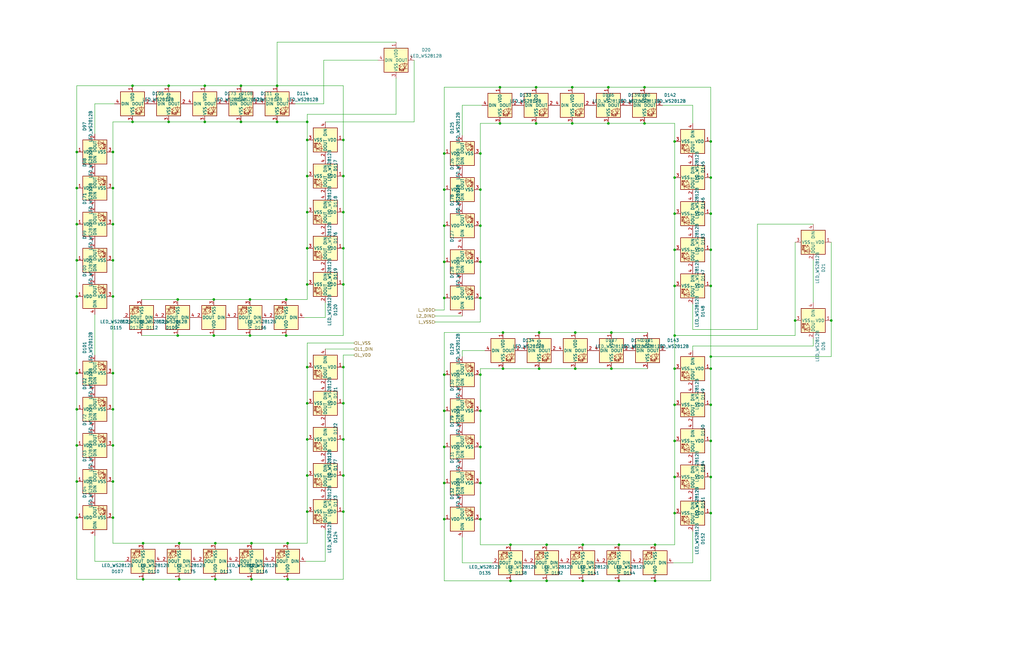
<source format=kicad_sch>
(kicad_sch (version 20231120) (generator "eeschema") (generator_version "8.0")
  (paper "B")
  (junction (at 86.36 51.435))
  (junction (at 284.48 216.535))
  (junction (at 299.72 201.295))
  (junction (at 284.48 170.815))
  (junction (at 241.3 52.07))
  (junction (at 47.625 64.135))
  (junction (at 210.82 52.07))
  (junction (at 47.625 109.855))
  (junction (at 202.565 173.355))
  (junction (at 116.84 36.195))
  (junction (at 187.325 80.01))
  (junction (at 230.505 245.11))
  (junction (at 129.54 51.435))
  (junction (at 299.72 90.17))
  (junction (at 284.48 186.055))
  (junction (at 90.805 244.475))
  (junction (at 47.625 203.2))
  (junction (at 32.385 79.375))
  (junction (at 55.88 36.195))
  (junction (at 106.045 244.475))
  (junction (at 187.325 95.25))
  (junction (at 32.385 187.96))
  (junction (at 129.54 89.535))
  (junction (at 60.325 229.235))
  (junction (at 284.48 120.65))
  (junction (at 74.93 126.365))
  (junction (at 144.78 59.055))
  (junction (at 230.505 229.87))
  (junction (at 260.985 229.87))
  (junction (at 299.72 216.535))
  (junction (at 202.565 203.835))
  (junction (at 202.565 110.49))
  (junction (at 202.565 80.01))
  (junction (at 271.78 36.83))
  (junction (at 75.565 229.235))
  (junction (at 71.12 36.195))
  (junction (at 350.52 135.255))
  (junction (at 257.81 155.575))
  (junction (at 245.745 245.11))
  (junction (at 120.65 141.605))
  (junction (at 226.06 36.83))
  (junction (at 299.72 59.69))
  (junction (at 129.54 74.295))
  (junction (at 105.41 141.605))
  (junction (at 335.28 135.255))
  (junction (at 202.565 64.77))
  (junction (at 32.385 203.2))
  (junction (at 242.57 140.335))
  (junction (at 101.6 36.195))
  (junction (at 187.325 64.77))
  (junction (at 187.325 173.355))
  (junction (at 47.625 94.615))
  (junction (at 116.84 51.435))
  (junction (at 187.325 203.835))
  (junction (at 260.985 245.11))
  (junction (at 299.72 186.055))
  (junction (at 75.565 244.475))
  (junction (at 121.285 244.475))
  (junction (at 120.65 126.365))
  (junction (at 227.33 140.335))
  (junction (at 90.805 229.235))
  (junction (at 284.48 141.605))
  (junction (at 284.48 155.575))
  (junction (at 121.285 229.235))
  (junction (at 256.54 36.83))
  (junction (at 144.78 89.535))
  (junction (at 144.78 200.66))
  (junction (at 47.625 172.72))
  (junction (at 226.06 52.07))
  (junction (at 144.78 185.42))
  (junction (at 210.82 36.83))
  (junction (at 245.745 229.87))
  (junction (at 284.48 90.17))
  (junction (at 284.48 105.41))
  (junction (at 105.41 126.365))
  (junction (at 276.225 245.11))
  (junction (at 129.54 170.18))
  (junction (at 284.48 74.93))
  (junction (at 299.72 170.815))
  (junction (at 187.325 158.115))
  (junction (at 101.6 51.435))
  (junction (at 129.54 154.94))
  (junction (at 299.72 150.495))
  (junction (at 187.325 125.73))
  (junction (at 86.36 36.195))
  (junction (at 55.88 51.435))
  (junction (at 129.54 120.015))
  (junction (at 271.78 52.07))
  (junction (at 144.78 154.94))
  (junction (at 144.78 74.295))
  (junction (at 284.48 59.69))
  (junction (at 90.17 141.605))
  (junction (at 32.385 157.48))
  (junction (at 257.81 140.335))
  (junction (at 129.54 215.9))
  (junction (at 60.325 244.475))
  (junction (at 144.78 104.775))
  (junction (at 299.72 155.575))
  (junction (at 276.225 229.87))
  (junction (at 212.09 155.575))
  (junction (at 129.54 59.055))
  (junction (at 299.72 120.65))
  (junction (at 227.33 155.575))
  (junction (at 187.325 219.075))
  (junction (at 47.625 187.96))
  (junction (at 90.17 126.365))
  (junction (at 32.385 64.135))
  (junction (at 32.385 172.72))
  (junction (at 187.325 110.49))
  (junction (at 144.78 120.015))
  (junction (at 144.78 170.18))
  (junction (at 32.385 94.615))
  (junction (at 202.565 188.595))
  (junction (at 47.625 125.095))
  (junction (at 215.265 245.11))
  (junction (at 106.045 229.235))
  (junction (at 202.565 95.25))
  (junction (at 299.72 105.41))
  (junction (at 32.385 109.855))
  (junction (at 129.54 185.42))
  (junction (at 256.54 52.07))
  (junction (at 144.78 215.9))
  (junction (at 242.57 155.575))
  (junction (at 74.93 141.605))
  (junction (at 129.54 200.66))
  (junction (at 47.625 79.375))
  (junction (at 284.48 201.295))
  (junction (at 299.72 74.93))
  (junction (at 32.385 125.095))
  (junction (at 241.3 36.83))
  (junction (at 47.625 157.48))
  (junction (at 187.325 188.595))
  (junction (at 212.09 140.335))
  (junction (at 47.625 218.44))
  (junction (at 215.265 229.87))
  (junction (at 71.12 51.435))
  (junction (at 202.565 125.73))
  (junction (at 202.565 158.115))
  (junction (at 129.54 104.775))
  (junction (at 202.565 219.075))
  (junction (at 32.385 218.44))
  (wire (pts (xy 120.65 126.365) (xy 105.41 126.365)))
  (wire (pts (xy 194.945 237.49) (xy 207.645 237.49)))
  (wire (pts (xy 32.385 187.96) (xy 32.385 203.2)))
  (wire (pts (xy 55.88 51.435) (xy 71.12 51.435)))
  (wire (pts (xy 319.405 94.615) (xy 342.9 94.615)))
  (wire (pts (xy 202.565 80.01) (xy 202.565 95.25)))
  (wire (pts (xy 137.16 147.32) (xy 149.225 147.32)))
  (wire (pts (xy 47.625 172.72) (xy 47.625 187.96)))
  (wire (pts (xy 299.72 150.495) (xy 299.72 155.575)))
  (wire (pts (xy 47.625 218.44) (xy 47.625 229.235)))
  (wire (pts (xy 128.27 133.985) (xy 137.16 133.985)))
  (wire (pts (xy 167.005 48.26) (xy 167.005 33.02)))
  (wire (pts (xy 335.28 141.605) (xy 335.28 135.255)))
  (wire (pts (xy 47.625 64.135) (xy 47.625 51.435)))
  (wire (pts (xy 204.47 147.955) (xy 194.945 147.955)))
  (wire (pts (xy 71.12 51.435) (xy 86.36 51.435)))
  (wire (pts (xy 137.16 236.855) (xy 128.905 236.855)))
  (wire (pts (xy 137.16 223.52) (xy 137.16 236.855)))
  (wire (pts (xy 32.385 125.095) (xy 32.385 157.48)))
  (wire (pts (xy 129.54 154.94) (xy 129.54 170.18)))
  (wire (pts (xy 299.72 36.83) (xy 299.72 59.69)))
  (wire (pts (xy 230.505 245.11) (xy 245.745 245.11)))
  (wire (pts (xy 121.285 244.475) (xy 144.78 244.475)))
  (wire (pts (xy 120.65 126.365) (xy 129.54 126.365)))
  (wire (pts (xy 299.72 74.93) (xy 299.72 90.17)))
  (wire (pts (xy 144.78 74.295) (xy 144.78 89.535)))
  (wire (pts (xy 242.57 155.575) (xy 257.81 155.575)))
  (wire (pts (xy 292.1 146.05) (xy 342.9 146.05)))
  (wire (pts (xy 144.78 185.42) (xy 144.78 200.66)))
  (wire (pts (xy 284.48 155.575) (xy 284.48 170.815)))
  (wire (pts (xy 120.65 141.605) (xy 144.78 141.605)))
  (wire (pts (xy 105.41 141.605) (xy 90.17 141.605)))
  (wire (pts (xy 55.88 36.195) (xy 71.12 36.195)))
  (wire (pts (xy 187.325 95.25) (xy 187.325 110.49)))
  (wire (pts (xy 284.48 74.93) (xy 284.48 90.17)))
  (wire (pts (xy 256.54 36.83) (xy 271.78 36.83)))
  (wire (pts (xy 144.78 170.18) (xy 144.78 185.42)))
  (wire (pts (xy 144.78 36.195) (xy 144.78 59.055)))
  (wire (pts (xy 74.93 126.365) (xy 59.69 126.365)))
  (wire (pts (xy 194.945 133.35) (xy 183.515 133.35)))
  (wire (pts (xy 32.385 125.095) (xy 32.385 109.855)))
  (wire (pts (xy 202.565 155.575) (xy 212.09 155.575)))
  (wire (pts (xy 350.52 150.495) (xy 299.72 150.495)))
  (wire (pts (xy 276.225 245.11) (xy 260.985 245.11)))
  (wire (pts (xy 55.88 36.195) (xy 32.385 36.195)))
  (wire (pts (xy 202.565 52.07) (xy 210.82 52.07)))
  (wire (pts (xy 284.48 52.07) (xy 271.78 52.07)))
  (wire (pts (xy 187.325 219.075) (xy 187.325 245.11)))
  (wire (pts (xy 299.72 105.41) (xy 299.72 120.65)))
  (wire (pts (xy 335.28 102.235) (xy 335.28 135.255)))
  (wire (pts (xy 227.33 140.335) (xy 242.57 140.335)))
  (wire (pts (xy 121.285 229.235) (xy 106.045 229.235)))
  (wire (pts (xy 47.625 51.435) (xy 55.88 51.435)))
  (wire (pts (xy 187.325 219.075) (xy 187.325 203.835)))
  (wire (pts (xy 75.565 229.235) (xy 90.805 229.235)))
  (wire (pts (xy 292.1 128.27) (xy 292.1 139.065)))
  (wire (pts (xy 284.48 141.605) (xy 284.48 155.575)))
  (wire (pts (xy 299.72 170.815) (xy 299.72 186.055)))
  (wire (pts (xy 202.565 135.89) (xy 202.565 125.73)))
  (wire (pts (xy 144.78 89.535) (xy 144.78 104.775)))
  (wire (pts (xy 187.325 158.115) (xy 187.325 140.335)))
  (wire (pts (xy 105.41 126.365) (xy 90.17 126.365)))
  (wire (pts (xy 174.625 25.4) (xy 174.625 51.435)))
  (wire (pts (xy 116.84 36.195) (xy 144.78 36.195)))
  (wire (pts (xy 32.385 79.375) (xy 32.385 64.135)))
  (wire (pts (xy 242.57 140.335) (xy 257.81 140.335)))
  (wire (pts (xy 47.625 172.72) (xy 47.625 157.48)))
  (wire (pts (xy 342.9 146.05) (xy 342.9 142.875)))
  (wire (pts (xy 32.385 36.195) (xy 32.385 64.135)))
  (wire (pts (xy 129.54 48.26) (xy 167.005 48.26)))
  (wire (pts (xy 202.565 173.355) (xy 202.565 158.115)))
  (wire (pts (xy 202.565 219.075) (xy 202.565 229.87)))
  (wire (pts (xy 292.1 147.955) (xy 292.1 146.05)))
  (wire (pts (xy 47.625 79.375) (xy 47.625 64.135)))
  (wire (pts (xy 245.745 229.87) (xy 260.985 229.87)))
  (wire (pts (xy 299.72 155.575) (xy 299.72 170.815)))
  (wire (pts (xy 129.54 144.78) (xy 149.225 144.78)))
  (wire (pts (xy 129.54 74.295) (xy 129.54 89.535)))
  (wire (pts (xy 129.54 185.42) (xy 129.54 200.66)))
  (wire (pts (xy 187.325 140.335) (xy 212.09 140.335)))
  (wire (pts (xy 284.48 141.605) (xy 335.28 141.605)))
  (wire (pts (xy 271.78 36.83) (xy 299.72 36.83)))
  (wire (pts (xy 187.325 245.11) (xy 215.265 245.11)))
  (wire (pts (xy 276.225 229.87) (xy 260.985 229.87)))
  (wire (pts (xy 75.565 244.475) (xy 60.325 244.475)))
  (wire (pts (xy 120.65 141.605) (xy 105.41 141.605)))
  (wire (pts (xy 136.525 25.4) (xy 159.385 25.4)))
  (wire (pts (xy 202.565 80.01) (xy 202.565 64.77)))
  (wire (pts (xy 279.4 44.45) (xy 292.1 44.45)))
  (wire (pts (xy 137.16 133.985) (xy 137.16 127.635)))
  (wire (pts (xy 40.005 43.815) (xy 48.26 43.815)))
  (wire (pts (xy 40.005 226.06) (xy 40.005 236.855)))
  (wire (pts (xy 144.78 59.055) (xy 144.78 74.295)))
  (wire (pts (xy 227.33 155.575) (xy 242.57 155.575)))
  (wire (pts (xy 116.84 51.435) (xy 129.54 51.435)))
  (wire (pts (xy 187.325 130.81) (xy 187.325 125.73)))
  (wire (pts (xy 129.54 51.435) (xy 129.54 59.055)))
  (wire (pts (xy 75.565 229.235) (xy 60.325 229.235)))
  (wire (pts (xy 32.385 172.72) (xy 32.385 157.48)))
  (wire (pts (xy 284.48 186.055) (xy 284.48 201.295)))
  (wire (pts (xy 210.82 52.07) (xy 226.06 52.07)))
  (wire (pts (xy 174.625 51.435) (xy 137.16 51.435)))
  (wire (pts (xy 187.325 80.01) (xy 187.325 64.77)))
  (wire (pts (xy 319.405 139.065) (xy 319.405 94.615)))
  (wire (pts (xy 257.81 140.335) (xy 273.05 140.335)))
  (wire (pts (xy 47.625 187.96) (xy 47.625 203.2)))
  (wire (pts (xy 32.385 79.375) (xy 32.385 94.615)))
  (wire (pts (xy 241.3 36.83) (xy 256.54 36.83)))
  (wire (pts (xy 292.1 44.45) (xy 292.1 52.07)))
  (wire (pts (xy 230.505 229.87) (xy 245.745 229.87)))
  (wire (pts (xy 187.325 188.595) (xy 187.325 203.835)))
  (wire (pts (xy 202.565 125.73) (xy 202.565 110.49)))
  (wire (pts (xy 226.06 52.07) (xy 241.3 52.07)))
  (wire (pts (xy 342.9 109.855) (xy 342.9 127.635)))
  (wire (pts (xy 90.17 126.365) (xy 74.93 126.365)))
  (wire (pts (xy 284.48 216.535) (xy 284.48 229.87)))
  (wire (pts (xy 47.625 125.095) (xy 47.625 109.855)))
  (wire (pts (xy 292.1 139.065) (xy 319.405 139.065)))
  (wire (pts (xy 299.72 201.295) (xy 299.72 216.535)))
  (wire (pts (xy 187.325 80.01) (xy 187.325 95.25)))
  (wire (pts (xy 284.48 229.87) (xy 276.225 229.87)))
  (wire (pts (xy 202.565 219.075) (xy 202.565 203.835)))
  (wire (pts (xy 210.82 36.83) (xy 226.06 36.83)))
  (wire (pts (xy 284.48 170.815) (xy 284.48 186.055)))
  (wire (pts (xy 90.805 244.475) (xy 106.045 244.475)))
  (wire (pts (xy 194.945 226.695) (xy 194.945 237.49)))
  (wire (pts (xy 183.515 135.89) (xy 202.565 135.89)))
  (wire (pts (xy 116.84 36.195) (xy 116.84 17.78)))
  (wire (pts (xy 187.325 173.355) (xy 187.325 158.115)))
  (wire (pts (xy 299.72 59.69) (xy 299.72 74.93)))
  (wire (pts (xy 284.48 90.17) (xy 284.48 105.41)))
  (wire (pts (xy 284.48 105.41) (xy 284.48 120.65)))
  (wire (pts (xy 210.82 36.83) (xy 187.325 36.83)))
  (wire (pts (xy 257.81 155.575) (xy 273.05 155.575)))
  (wire (pts (xy 121.285 244.475) (xy 106.045 244.475)))
  (wire (pts (xy 350.52 102.235) (xy 350.52 135.255)))
  (wire (pts (xy 187.325 125.73) (xy 187.325 110.49)))
  (wire (pts (xy 101.6 51.435) (xy 116.84 51.435)))
  (wire (pts (xy 47.625 94.615) (xy 47.625 109.855)))
  (wire (pts (xy 40.005 132.715) (xy 40.005 149.86)))
  (wire (pts (xy 32.385 218.44) (xy 32.385 203.2)))
  (wire (pts (xy 86.36 51.435) (xy 101.6 51.435)))
  (wire (pts (xy 183.515 130.81) (xy 187.325 130.81)))
  (wire (pts (xy 32.385 218.44) (xy 32.385 244.475)))
  (wire (pts (xy 129.54 200.66) (xy 129.54 215.9)))
  (wire (pts (xy 129.54 154.94) (xy 129.54 144.78)))
  (wire (pts (xy 202.565 95.25) (xy 202.565 110.49)))
  (wire (pts (xy 101.6 36.195) (xy 116.84 36.195)))
  (wire (pts (xy 47.625 125.095) (xy 47.625 157.48)))
  (wire (pts (xy 144.78 141.605) (xy 144.78 120.015)))
  (wire (pts (xy 129.54 229.235) (xy 121.285 229.235)))
  (wire (pts (xy 144.78 104.775) (xy 144.78 120.015)))
  (wire (pts (xy 241.3 52.07) (xy 256.54 52.07)))
  (wire (pts (xy 299.72 186.055) (xy 299.72 201.295)))
  (wire (pts (xy 144.78 149.86) (xy 144.78 154.94)))
  (wire (pts (xy 129.54 104.775) (xy 129.54 120.015)))
  (wire (pts (xy 144.78 244.475) (xy 144.78 215.9)))
  (wire (pts (xy 284.48 59.69) (xy 284.48 52.07)))
  (wire (pts (xy 90.17 141.605) (xy 74.93 141.605)))
  (wire (pts (xy 129.54 170.18) (xy 129.54 185.42)))
  (wire (pts (xy 230.505 245.11) (xy 215.265 245.11)))
  (wire (pts (xy 276.225 245.11) (xy 299.72 245.11)))
  (wire (pts (xy 144.78 154.94) (xy 144.78 170.18)))
  (wire (pts (xy 292.1 224.155) (xy 292.1 237.49)))
  (wire (pts (xy 284.48 201.295) (xy 284.48 216.535)))
  (wire (pts (xy 40.005 56.515) (xy 40.005 43.815)))
  (wire (pts (xy 124.46 43.815) (xy 136.525 43.815)))
  (wire (pts (xy 292.1 237.49) (xy 283.845 237.49)))
  (wire (pts (xy 299.72 120.65) (xy 299.72 150.495)))
  (wire (pts (xy 47.625 218.44) (xy 47.625 203.2)))
  (wire (pts (xy 194.945 57.15) (xy 194.945 44.45)))
  (wire (pts (xy 47.625 79.375) (xy 47.625 94.615)))
  (wire (pts (xy 212.09 140.335) (xy 227.33 140.335)))
  (wire (pts (xy 90.805 229.235) (xy 106.045 229.235)))
  (wire (pts (xy 129.54 126.365) (xy 129.54 120.015)))
  (wire (pts (xy 129.54 59.055) (xy 129.54 74.295)))
  (wire (pts (xy 136.525 43.815) (xy 136.525 25.4)))
  (wire (pts (xy 299.72 245.11) (xy 299.72 216.535)))
  (wire (pts (xy 40.005 236.855) (xy 52.705 236.855)))
  (wire (pts (xy 299.72 90.17) (xy 299.72 105.41)))
  (wire (pts (xy 144.78 200.66) (xy 144.78 215.9)))
  (wire (pts (xy 245.745 245.11) (xy 260.985 245.11)))
  (wire (pts (xy 187.325 36.83) (xy 187.325 64.77)))
  (wire (pts (xy 226.06 36.83) (xy 241.3 36.83)))
  (wire (pts (xy 202.565 158.115) (xy 202.565 155.575)))
  (wire (pts (xy 32.385 94.615) (xy 32.385 109.855)))
  (wire (pts (xy 74.93 141.605) (xy 59.69 141.605)))
  (wire (pts (xy 350.52 135.255) (xy 350.52 150.495)))
  (wire (pts (xy 32.385 172.72) (xy 32.385 187.96)))
  (wire (pts (xy 284.48 59.69) (xy 284.48 74.93)))
  (wire (pts (xy 212.09 155.575) (xy 227.33 155.575)))
  (wire (pts (xy 32.385 244.475) (xy 60.325 244.475)))
  (wire (pts (xy 129.54 215.9) (xy 129.54 229.235)))
  (wire (pts (xy 194.945 147.955) (xy 194.945 150.495)))
  (wire (pts (xy 116.84 17.78) (xy 167.005 17.78)))
  (wire (pts (xy 75.565 244.475) (xy 90.805 244.475)))
  (wire (pts (xy 129.54 51.435) (xy 129.54 48.26)))
  (wire (pts (xy 86.36 36.195) (xy 101.6 36.195)))
  (wire (pts (xy 202.565 64.77) (xy 202.565 52.07)))
  (wire (pts (xy 129.54 89.535) (xy 129.54 104.775)))
  (wire (pts (xy 187.325 173.355) (xy 187.325 188.595)))
  (wire (pts (xy 202.565 173.355) (xy 202.565 188.595)))
  (wire (pts (xy 149.225 149.86) (xy 144.78 149.86)))
  (wire (pts (xy 71.12 36.195) (xy 86.36 36.195)))
  (wire (pts (xy 202.565 229.87) (xy 215.265 229.87)))
  (wire (pts (xy 230.505 229.87) (xy 215.265 229.87)))
  (wire (pts (xy 284.48 120.65) (xy 284.48 141.605)))
  (wire (pts (xy 194.945 44.45) (xy 203.2 44.45)))
  (wire (pts (xy 202.565 188.595) (xy 202.565 203.835)))
  (wire (pts (xy 47.625 229.235) (xy 60.325 229.235)))
  (wire (pts (xy 256.54 52.07) (xy 271.78 52.07)))
  (hierarchical_label "L2_DIN" (shape input) (at 183.515 133.35 180))
  (hierarchical_label "L_VDD" (shape input) (at 149.225 149.86 0))
  (hierarchical_label "L1_DIN" (shape input) (at 149.225 147.32 0))
  (hierarchical_label "L_VDD" (shape input) (at 183.515 130.81 180))
  (hierarchical_label "L_VSS" (shape input) (at 149.225 144.78 0))
  (hierarchical_label "L_VSS" (shape input) (at 183.515 135.89 180))
  (symbol (lib_id "LED:WS2812B") (at 55.88 43.815 0) (unit 1)
    (property "Reference" "D105" (at 66.675 39.4843 0))
    (property "Value" "LED_WS2812B" (at 66.675 42.0243 0))
    (property "Footprint" "User_Footprints:LED_WS2812B_2x1.8mm" (effects (hide yes)))
    (property "Datasheet" "https://cdn-shop.adafruit.com/datasheets/WS2812B.pdf" (effects (hide yes)))
    (property "Website" "https://www.lcsc.com/product-detail/RGB-LEDs-Built-in-IC_TUOZHAN-TZ-0807Z1RGB-5V-I4-MS-5mA_C26159667.html" (effects (hide yes)))
    (property "Part Number" "TZ-0807Z1RGB-5V-I4-MS(5mA)" (effects (hide yes)))
    (property "Vendor" "LCSC" (effects (hide yes)))
    (property "Price" ".0288" (effects (hide yes)))
    (property "Package" "led 3227" (effects (hide yes)))
    (property "Manufacturer" "TUOZHAN" (effects (hide yes)))
    (property "Notes" "5mA" (effects (hide yes)))
  )
  (symbol (lib_id "LED:WS2812B") (at 292.1 105.41 270) (unit 1)
    (property "Reference" "D147" (at 296.4307 116.205 0))
    (property "Value" "LED_WS2812B" (at 293.8907 116.205 0))
    (property "Footprint" "User_Footprints:LED_WS2812B_2x1.8mm" (effects (hide yes)))
    (property "Datasheet" "https://cdn-shop.adafruit.com/datasheets/WS2812B.pdf" (effects (hide yes)))
    (property "Website" "https://www.lcsc.com/product-detail/RGB-LEDs-Built-in-IC_TUOZHAN-TZ-0807Z1RGB-5V-I4-MS-5mA_C26159667.html" (effects (hide yes)))
    (property "Part Number" "TZ-0807Z1RGB-5V-I4-MS(5mA)" (effects (hide yes)))
    (property "Vendor" "LCSC" (effects (hide yes)))
    (property "Price" ".0288" (effects (hide yes)))
    (property "Package" "led 3227" (effects (hide yes)))
    (property "Manufacturer" "TUOZHAN" (effects (hide yes)))
    (property "Notes" "5mA" (effects (hide yes)))
  )
  (symbol (lib_id "LED:WS2812B") (at 241.3 44.45 0) (unit 1)
    (property "Reference" "D180" (at 271.78 40.1193 0))
    (property "Value" "LED_WS2812B" (at 271.78 42.6593 0))
    (property "Footprint" "User_Footprints:LED_WS2812B_2x1.8mm" (effects (hide yes)))
    (property "Datasheet" "https://cdn-shop.adafruit.com/datasheets/WS2812B.pdf" (effects (hide yes)))
    (property "Website" "https://www.lcsc.com/product-detail/RGB-LEDs-Built-in-IC_TUOZHAN-TZ-0807Z1RGB-5V-I4-MS-5mA_C26159667.html" (effects (hide yes)))
    (property "Part Number" "TZ-0807Z1RGB-5V-I4-MS(5mA)" (effects (hide yes)))
    (property "Vendor" "LCSC" (effects (hide yes)))
    (property "Price" ".0288" (effects (hide yes)))
    (property "Package" "led 3227" (effects (hide yes)))
    (property "Manufacturer" "TUOZHAN" (effects (hide yes)))
    (property "Notes" "5mA" (effects (hide yes)))
  )
  (symbol (lib_id "LED:WS2812B") (at 245.745 237.49 180) (unit 1)
    (property "Reference" "D182" (at 234.95 241.8207 0))
    (property "Value" "LED_WS2812B" (at 234.95 239.2807 0))
    (property "Footprint" "User_Footprints:LED_WS2812B_2x1.8mm" (effects (hide yes)))
    (property "Datasheet" "https://cdn-shop.adafruit.com/datasheets/WS2812B.pdf" (effects (hide yes)))
    (property "Website" "https://www.lcsc.com/product-detail/RGB-LEDs-Built-in-IC_TUOZHAN-TZ-0807Z1RGB-5V-I4-MS-5mA_C26159667.html" (effects (hide yes)))
    (property "Part Number" "TZ-0807Z1RGB-5V-I4-MS(5mA)" (effects (hide yes)))
    (property "Vendor" "LCSC" (effects (hide yes)))
    (property "Price" ".0288" (effects (hide yes)))
    (property "Package" "led 3227" (effects (hide yes)))
    (property "Manufacturer" "TUOZHAN" (effects (hide yes)))
    (property "Notes" "5mA" (effects (hide yes)))
  )
  (symbol (lib_id "LED:WS2812B") (at 194.945 219.075 90) (unit 1)
    (property "Reference" "D132" (at 190.6143 208.28 0))
    (property "Value" "LED_WS2812B" (at 193.1543 208.28 0))
    (property "Footprint" "User_Footprints:LED_WS2812B_2x1.8mm" (effects (hide yes)))
    (property "Datasheet" "https://cdn-shop.adafruit.com/datasheets/WS2812B.pdf" (effects (hide yes)))
    (property "Website" "https://www.lcsc.com/product-detail/RGB-LEDs-Built-in-IC_TUOZHAN-TZ-0807Z1RGB-5V-I4-MS-5mA_C26159667.html" (effects (hide yes)))
    (property "Part Number" "TZ-0807Z1RGB-5V-I4-MS(5mA)" (effects (hide yes)))
    (property "Vendor" "LCSC" (effects (hide yes)))
    (property "Price" ".0288" (effects (hide yes)))
    (property "Package" "led 3227" (effects (hide yes)))
    (property "Manufacturer" "TUOZHAN" (effects (hide yes)))
    (property "Notes" "5mA" (effects (hide yes)))
  )
  (symbol (lib_id "LED:WS2812B") (at 210.82 44.45 0) (unit 1)
    (property "Reference" "D133" (at 221.615 40.1193 0))
    (property "Value" "LED_WS2812B" (at 221.615 42.6593 0))
    (property "Footprint" "User_Footprints:LED_WS2812B_2x1.8mm" (effects (hide yes)))
    (property "Datasheet" "https://cdn-shop.adafruit.com/datasheets/WS2812B.pdf" (effects (hide yes)))
    (property "Website" "https://www.lcsc.com/product-detail/RGB-LEDs-Built-in-IC_TUOZHAN-TZ-0807Z1RGB-5V-I4-MS-5mA_C26159667.html" (effects (hide yes)))
    (property "Part Number" "TZ-0807Z1RGB-5V-I4-MS(5mA)" (effects (hide yes)))
    (property "Vendor" "LCSC" (effects (hide yes)))
    (property "Price" ".0288" (effects (hide yes)))
    (property "Package" "led 3227" (effects (hide yes)))
    (property "Manufacturer" "TUOZHAN" (effects (hide yes)))
    (property "Notes" "5mA" (effects (hide yes)))
  )
  (symbol (lib_id "LED:WS2812B") (at 101.6 43.815 0) (unit 1)
    (property "Reference" "D111" (at 112.395 39.4843 0))
    (property "Value" "LED_WS2812B" (at 112.395 42.0243 0))
    (property "Footprint" "User_Footprints:LED_WS2812B_2x1.8mm" (effects (hide yes)))
    (property "Datasheet" "https://cdn-shop.adafruit.com/datasheets/WS2812B.pdf" (effects (hide yes)))
    (property "Website" "https://www.lcsc.com/product-detail/RGB-LEDs-Built-in-IC_TUOZHAN-TZ-0807Z1RGB-5V-I4-MS-5mA_C26159667.html" (effects (hide yes)))
    (property "Part Number" "TZ-0807Z1RGB-5V-I4-MS(5mA)" (effects (hide yes)))
    (property "Vendor" "LCSC" (effects (hide yes)))
    (property "Price" ".0288" (effects (hide yes)))
    (property "Package" "led 3227" (effects (hide yes)))
    (property "Manufacturer" "TUOZHAN" (effects (hide yes)))
    (property "Notes" "5mA" (effects (hide yes)))
  )
  (symbol (lib_id "LED:WS2812B") (at 292.1 90.17 270) (unit 1)
    (property "Reference" "D183" (at 296.4307 100.965 0))
    (property "Value" "LED_WS2812B" (at 293.8907 100.965 0))
    (property "Footprint" "User_Footprints:LED_WS2812B_2x1.8mm" (effects (hide yes)))
    (property "Datasheet" "https://cdn-shop.adafruit.com/datasheets/WS2812B.pdf" (effects (hide yes)))
    (property "Website" "https://www.lcsc.com/product-detail/RGB-LEDs-Built-in-IC_TUOZHAN-TZ-0807Z1RGB-5V-I4-MS-5mA_C26159667.html" (effects (hide yes)))
    (property "Part Number" "TZ-0807Z1RGB-5V-I4-MS(5mA)" (effects (hide yes)))
    (property "Vendor" "LCSC" (effects (hide yes)))
    (property "Price" ".0288" (effects (hide yes)))
    (property "Package" "led 3227" (effects (hide yes)))
    (property "Manufacturer" "TUOZHAN" (effects (hide yes)))
    (property "Notes" "5mA" (effects (hide yes)))
  )
  (symbol (lib_id "LED:WS2812B") (at 137.16 154.94 270) (unit 1)
    (property "Reference" "D121" (at 141.4907 165.735 0))
    (property "Value" "LED_WS2812B" (at 138.9507 165.735 0))
    (property "Footprint" "User_Footprints:LED_WS2812B_2x1.8mm" (effects (hide yes)))
    (property "Datasheet" "https://cdn-shop.adafruit.com/datasheets/WS2812B.pdf" (effects (hide yes)))
    (property "Website" "https://www.lcsc.com/product-detail/RGB-LEDs-Built-in-IC_TUOZHAN-TZ-0807Z1RGB-5V-I4-MS-5mA_C26159667.html" (effects (hide yes)))
    (property "Part Number" "TZ-0807Z1RGB-5V-I4-MS(5mA)" (effects (hide yes)))
    (property "Vendor" "LCSC" (effects (hide yes)))
    (property "Price" ".0288" (effects (hide yes)))
    (property "Package" "led 3227" (effects (hide yes)))
    (property "Manufacturer" "TUOZHAN" (effects (hide yes)))
    (property "Notes" "5mA" (effects (hide yes)))
  )
  (symbol (lib_id "LED:WS2812B") (at 137.16 215.9 270) (unit 1)
    (property "Reference" "D124" (at 141.4907 226.695 0))
    (property "Value" "LED_WS2812B" (at 138.9507 226.695 0))
    (property "Footprint" "User_Footprints:LED_WS2812B_2x1.8mm" (effects (hide yes)))
    (property "Datasheet" "https://cdn-shop.adafruit.com/datasheets/WS2812B.pdf" (effects (hide yes)))
    (property "Website" "https://www.lcsc.com/product-detail/RGB-LEDs-Built-in-IC_TUOZHAN-TZ-0807Z1RGB-5V-I4-MS-5mA_C26159667.html" (effects (hide yes)))
    (property "Part Number" "TZ-0807Z1RGB-5V-I4-MS(5mA)" (effects (hide yes)))
    (property "Vendor" "LCSC" (effects (hide yes)))
    (property "Price" ".0288" (effects (hide yes)))
    (property "Package" "led 3227" (effects (hide yes)))
    (property "Manufacturer" "TUOZHAN" (effects (hide yes)))
    (property "Notes" "5mA" (effects (hide yes)))
  )
  (symbol (lib_id "LED:WS2812B") (at 257.81 147.955 0) (unit 1)
    (property "Reference" "D140" (at 268.605 143.6243 0))
    (property "Value" "LED_WS2812B" (at 268.605 146.1643 0))
    (property "Footprint" "User_Footprints:LED_WS2812B_2x1.8mm" (effects (hide yes)))
    (property "Datasheet" "https://cdn-shop.adafruit.com/datasheets/WS2812B.pdf" (effects (hide yes)))
    (property "Website" "https://www.lcsc.com/product-detail/RGB-LEDs-Built-in-IC_TUOZHAN-TZ-0807Z1RGB-5V-I4-MS-5mA_C26159667.html" (effects (hide yes)))
    (property "Part Number" "TZ-0807Z1RGB-5V-I4-MS(5mA)" (effects (hide yes)))
    (property "Vendor" "LCSC" (effects (hide yes)))
    (property "Price" ".0288" (effects (hide yes)))
    (property "Package" "led 3227" (effects (hide yes)))
    (property "Manufacturer" "TUOZHAN" (effects (hide yes)))
    (property "Notes" "5mA" (effects (hide yes)))
  )
  (symbol (lib_id "LED:WS2812B") (at 121.285 236.855 180) (unit 1)
    (property "Reference" "D116" (at 110.49 241.1857 0))
    (property "Value" "LED_WS2812B" (at 110.49 238.6457 0))
    (property "Footprint" "User_Footprints:LED_WS2812B_2x1.8mm" (effects (hide yes)))
    (property "Datasheet" "https://cdn-shop.adafruit.com/datasheets/WS2812B.pdf" (effects (hide yes)))
    (property "Website" "https://www.lcsc.com/product-detail/RGB-LEDs-Built-in-IC_TUOZHAN-TZ-0807Z1RGB-5V-I4-MS-5mA_C26159667.html" (effects (hide yes)))
    (property "Part Number" "TZ-0807Z1RGB-5V-I4-MS(5mA)" (effects (hide yes)))
    (property "Vendor" "LCSC" (effects (hide yes)))
    (property "Price" ".0288" (effects (hide yes)))
    (property "Package" "led 3227" (effects (hide yes)))
    (property "Manufacturer" "TUOZHAN" (effects (hide yes)))
    (property "Notes" "5mA" (effects (hide yes)))
  )
  (symbol (lib_id "LED:WS2812B") (at 194.945 64.77 90) (unit 1)
    (property "Reference" "D125" (at 190.6143 53.975 0))
    (property "Value" "LED_WS2812B" (at 193.1543 53.975 0))
    (property "Footprint" "User_Footprints:LED_WS2812B_2x1.8mm" (effects (hide yes)))
    (property "Datasheet" "https://cdn-shop.adafruit.com/datasheets/WS2812B.pdf" (effects (hide yes)))
    (property "Website" "https://www.lcsc.com/product-detail/RGB-LEDs-Built-in-IC_TUOZHAN-TZ-0807Z1RGB-5V-I4-MS-5mA_C26159667.html" (effects (hide yes)))
    (property "Part Number" "TZ-0807Z1RGB-5V-I4-MS(5mA)" (effects (hide yes)))
    (property "Vendor" "LCSC" (effects (hide yes)))
    (property "Price" ".0288" (effects (hide yes)))
    (property "Package" "led 3227" (effects (hide yes)))
    (property "Manufacturer" "TUOZHAN" (effects (hide yes)))
    (property "Notes" "5mA" (effects (hide yes)))
  )
  (symbol (lib_id "LED:WS2812B") (at 292.1 170.815 270) (unit 1)
    (property "Reference" "D150" (at 296.4307 181.61 0))
    (property "Value" "LED_WS2812B" (at 293.8907 196.85 0))
    (property "Footprint" "User_Footprints:LED_WS2812B_2x1.8mm" (effects (hide yes)))
    (property "Datasheet" "https://cdn-shop.adafruit.com/datasheets/WS2812B.pdf" (effects (hide yes)))
    (property "Website" "https://www.lcsc.com/product-detail/RGB-LEDs-Built-in-IC_TUOZHAN-TZ-0807Z1RGB-5V-I4-MS-5mA_C26159667.html" (effects (hide yes)))
    (property "Part Number" "TZ-0807Z1RGB-5V-I4-MS(5mA)" (effects (hide yes)))
    (property "Vendor" "LCSC" (effects (hide yes)))
    (property "Price" ".0288" (effects (hide yes)))
    (property "Package" "led 3227" (effects (hide yes)))
    (property "Manufacturer" "TUOZHAN" (effects (hide yes)))
    (property "Notes" "5mA" (effects (hide yes)))
  )
  (symbol (lib_id "LED:WS2812B") (at 260.985 237.49 180) (unit 1)
    (property "Reference" "D141" (at 250.19 241.8207 0))
    (property "Value" "LED_WS2812B" (at 250.19 239.2807 0))
    (property "Footprint" "User_Footprints:LED_WS2812B_2x1.8mm" (effects (hide yes)))
    (property "Datasheet" "https://cdn-shop.adafruit.com/datasheets/WS2812B.pdf" (effects (hide yes)))
    (property "Website" "https://www.lcsc.com/product-detail/RGB-LEDs-Built-in-IC_TUOZHAN-TZ-0807Z1RGB-5V-I4-MS-5mA_C26159667.html" (effects (hide yes)))
    (property "Part Number" "TZ-0807Z1RGB-5V-I4-MS(5mA)" (effects (hide yes)))
    (property "Vendor" "LCSC" (effects (hide yes)))
    (property "Price" ".0288" (effects (hide yes)))
    (property "Package" "led 3227" (effects (hide yes)))
    (property "Manufacturer" "TUOZHAN" (effects (hide yes)))
    (property "Notes" "5mA" (effects (hide yes)))
  )
  (symbol (lib_id "LED:WS2812B") (at 292.1 216.535 270) (unit 1)
    (property "Reference" "D152" (at 296.4307 227.33 0))
    (property "Value" "LED_WS2812B" (at 293.8907 227.33 0))
    (property "Footprint" "User_Footprints:LED_WS2812B_2x1.8mm" (effects (hide yes)))
    (property "Datasheet" "https://cdn-shop.adafruit.com/datasheets/WS2812B.pdf" (effects (hide yes)))
    (property "Website" "https://www.lcsc.com/product-detail/RGB-LEDs-Built-in-IC_TUOZHAN-TZ-0807Z1RGB-5V-I4-MS-5mA_C26159667.html" (effects (hide yes)))
    (property "Part Number" "TZ-0807Z1RGB-5V-I4-MS(5mA)" (effects (hide yes)))
    (property "Vendor" "LCSC" (effects (hide yes)))
    (property "Price" ".0288" (effects (hide yes)))
    (property "Package" "led 3227" (effects (hide yes)))
    (property "Manufacturer" "TUOZHAN" (effects (hide yes)))
    (property "Notes" "5mA" (effects (hide yes)))
  )
  (symbol (lib_id "LED:WS2812B") (at 292.1 155.575 270) (unit 1)
    (property "Reference" "D149" (at 296.4307 166.37 0))
    (property "Value" "LED_WS2812B" (at 293.8907 166.37 0))
    (property "Footprint" "User_Footprints:LED_WS2812B_2x1.8mm" (effects (hide yes)))
    (property "Datasheet" "https://cdn-shop.adafruit.com/datasheets/WS2812B.pdf" (effects (hide yes)))
    (property "Website" "https://www.lcsc.com/product-detail/RGB-LEDs-Built-in-IC_TUOZHAN-TZ-0807Z1RGB-5V-I4-MS-5mA_C26159667.html" (effects (hide yes)))
    (property "Part Number" "TZ-0807Z1RGB-5V-I4-MS(5mA)" (effects (hide yes)))
    (property "Vendor" "LCSC" (effects (hide yes)))
    (property "Price" ".0288" (effects (hide yes)))
    (property "Package" "led 3227" (effects (hide yes)))
    (property "Manufacturer" "TUOZHAN" (effects (hide yes)))
    (property "Notes" "5mA" (effects (hide yes)))
  )
  (symbol (lib_id "LED:WS2812B") (at 137.16 74.295 270) (unit 1)
    (property "Reference" "D118" (at 141.4907 85.09 0))
    (property "Value" "LED_WS2812B" (at 138.9507 85.09 0))
    (property "Footprint" "User_Footprints:LED_WS2812B_2x1.8mm" (effects (hide yes)))
    (property "Datasheet" "https://cdn-shop.adafruit.com/datasheets/WS2812B.pdf" (effects (hide yes)))
    (property "Website" "https://www.lcsc.com/product-detail/RGB-LEDs-Built-in-IC_TUOZHAN-TZ-0807Z1RGB-5V-I4-MS-5mA_C26159667.html" (effects (hide yes)))
    (property "Part Number" "TZ-0807Z1RGB-5V-I4-MS(5mA)" (effects (hide yes)))
    (property "Vendor" "LCSC" (effects (hide yes)))
    (property "Price" ".0288" (effects (hide yes)))
    (property "Package" "led 3227" (effects (hide yes)))
    (property "Manufacturer" "TUOZHAN" (effects (hide yes)))
    (property "Notes" "5mA" (effects (hide yes)))
  )
  (symbol (lib_id "LED:WS2812B") (at 271.78 44.45 0) (unit 1)
    (property "Reference" "D142" (at 282.575 40.1193 0))
    (property "Value" "LED_WS2812B" (at 282.575 42.6593 0))
    (property "Footprint" "User_Footprints:LED_WS2812B_2x1.8mm" (effects (hide yes)))
    (property "Datasheet" "https://cdn-shop.adafruit.com/datasheets/WS2812B.pdf" (effects (hide yes)))
    (property "Website" "https://www.lcsc.com/product-detail/RGB-LEDs-Built-in-IC_TUOZHAN-TZ-0807Z1RGB-5V-I4-MS-5mA_C26159667.html" (effects (hide yes)))
    (property "Part Number" "TZ-0807Z1RGB-5V-I4-MS(5mA)" (effects (hide yes)))
    (property "Vendor" "LCSC" (effects (hide yes)))
    (property "Price" ".0288" (effects (hide yes)))
    (property "Package" "led 3227" (effects (hide yes)))
    (property "Manufacturer" "TUOZHAN" (effects (hide yes)))
    (property "Notes" "5mA" (effects (hide yes)))
  )
  (symbol (lib_id "LED:WS2812B") (at 40.005 218.44 90) (unit 1)
    (property "Reference" "D104" (at 35.6743 207.645 0))
    (property "Value" "LED_WS2812B" (at 38.2143 207.645 0))
    (property "Footprint" "User_Footprints:LED_WS2812B_2x1.8mm" (effects (hide yes)))
    (property "Datasheet" "https://cdn-shop.adafruit.com/datasheets/WS2812B.pdf" (effects (hide yes)))
    (property "Website" "https://www.lcsc.com/product-detail/RGB-LEDs-Built-in-IC_TUOZHAN-TZ-0807Z1RGB-5V-I4-MS-5mA_C26159667.html" (effects (hide yes)))
    (property "Part Number" "TZ-0807Z1RGB-5V-I4-MS(5mA)" (effects (hide yes)))
    (property "Vendor" "LCSC" (effects (hide yes)))
    (property "Price" ".0288" (effects (hide yes)))
    (property "Package" "led 3227" (effects (hide yes)))
    (property "Manufacturer" "TUOZHAN" (effects (hide yes)))
    (property "Notes" "5mA" (effects (hide yes)))
  )
  (symbol (lib_id "LED:WS2812B") (at 40.005 172.72 90) (unit 1)
    (property "Reference" "D102" (at 35.6743 161.925 0))
    (property "Value" "LED_WS2812B" (at 38.2143 161.925 0))
    (property "Footprint" "User_Footprints:LED_WS2812B_2x1.8mm" (effects (hide yes)))
    (property "Datasheet" "https://cdn-shop.adafruit.com/datasheets/WS2812B.pdf" (effects (hide yes)))
    (property "Website" "https://www.lcsc.com/product-detail/RGB-LEDs-Built-in-IC_TUOZHAN-TZ-0807Z1RGB-5V-I4-MS-5mA_C26159667.html" (effects (hide yes)))
    (property "Part Number" "TZ-0807Z1RGB-5V-I4-MS(5mA)" (effects (hide yes)))
    (property "Vendor" "LCSC" (effects (hide yes)))
    (property "Price" ".0288" (effects (hide yes)))
    (property "Package" "led 3227" (effects (hide yes)))
    (property "Manufacturer" "TUOZHAN" (effects (hide yes)))
    (property "Notes" "5mA" (effects (hide yes)))
  )
  (symbol (lib_id "LED:WS2812B") (at 292.1 74.93 270) (unit 1)
    (property "Reference" "D146" (at 296.4307 85.725 0))
    (property "Value" "LED_WS2812B" (at 293.8907 85.725 0))
    (property "Footprint" "User_Footprints:LED_WS2812B_2x1.8mm" (effects (hide yes)))
    (property "Datasheet" "https://cdn-shop.adafruit.com/datasheets/WS2812B.pdf" (effects (hide yes)))
    (property "Website" "https://www.lcsc.com/product-detail/RGB-LEDs-Built-in-IC_TUOZHAN-TZ-0807Z1RGB-5V-I4-MS-5mA_C26159667.html" (effects (hide yes)))
    (property "Part Number" "TZ-0807Z1RGB-5V-I4-MS(5mA)" (effects (hide yes)))
    (property "Vendor" "LCSC" (effects (hide yes)))
    (property "Price" ".0288" (effects (hide yes)))
    (property "Package" "led 3227" (effects (hide yes)))
    (property "Manufacturer" "TUOZHAN" (effects (hide yes)))
    (property "Notes" "5mA" (effects (hide yes)))
  )
  (symbol (lib_id "LED:WS2812B") (at 40.005 109.855 90) (unit 1)
    (property "Reference" "D99" (at 35.6743 99.06 0))
    (property "Value" "LED_WS2812B" (at 38.2143 99.06 0))
    (property "Footprint" "User_Footprints:LED_WS2812B_2x1.8mm" (effects (hide yes)))
    (property "Datasheet" "https://cdn-shop.adafruit.com/datasheets/WS2812B.pdf" (effects (hide yes)))
    (property "Website" "https://www.lcsc.com/product-detail/RGB-LEDs-Built-in-IC_TUOZHAN-TZ-0807Z1RGB-5V-I4-MS-5mA_C26159667.html" (effects (hide yes)))
    (property "Part Number" "TZ-0807Z1RGB-5V-I4-MS(5mA)" (effects (hide yes)))
    (property "Vendor" "LCSC" (effects (hide yes)))
    (property "Price" ".0288" (effects (hide yes)))
    (property "Package" "led 3227" (effects (hide yes)))
    (property "Manufacturer" "TUOZHAN" (effects (hide yes)))
    (property "Notes" "5mA" (effects (hide yes)))
  )
  (symbol (lib_id "LED:WS2812B") (at 342.9 102.235 270) (unit 1)
    (property "Reference" "D21" (at 347.2307 113.03 0))
    (property "Value" "LED_WS2812B" (at 344.6907 113.03 0))
    (property "Footprint" "User_Footprints:LED_WS2812B_2x1.8mm" (effects (hide yes)))
    (property "Datasheet" "https://cdn-shop.adafruit.com/datasheets/WS2812B.pdf" (effects (hide yes)))
    (property "Website" "https://www.lcsc.com/product-detail/RGB-LEDs-Built-in-IC_TUOZHAN-TZ-0807Z1RGB-5V-I4-MS-5mA_C26159667.html" (effects (hide yes)))
    (property "Part Number" "TZ-0807Z1RGB-5V-I4-MS(5mA)" (effects (hide yes)))
    (property "Vendor" "LCSC" (effects (hide yes)))
    (property "Price" ".0288" (effects (hide yes)))
    (property "Package" "led 3227" (effects (hide yes)))
    (property "Manufacturer" "TUOZHAN" (effects (hide yes)))
    (property "Notes" "5mA" (effects (hide yes)))
  )
  (symbol (lib_id "LED:WS2812B") (at 342.9 135.255 270) (unit 1)
    (property "Reference" "D26" (at 347.2307 146.05 0))
    (property "Value" "LED_WS2812B" (at 344.6907 146.05 0))
    (property "Footprint" "User_Footprints:LED_WS2812B_2x1.8mm" (effects (hide yes)))
    (property "Datasheet" "https://cdn-shop.adafruit.com/datasheets/WS2812B.pdf" (effects (hide yes)))
    (property "Website" "https://www.lcsc.com/product-detail/RGB-LEDs-Built-in-IC_TUOZHAN-TZ-0807Z1RGB-5V-I4-MS-5mA_C26159667.html" (effects (hide yes)))
    (property "Part Number" "TZ-0807Z1RGB-5V-I4-MS(5mA)" (effects (hide yes)))
    (property "Vendor" "LCSC" (effects (hide yes)))
    (property "Price" ".0288" (effects (hide yes)))
    (property "Package" "led 3227" (effects (hide yes)))
    (property "Manufacturer" "TUOZHAN" (effects (hide yes)))
    (property "Notes" "5mA" (effects (hide yes)))
  )
  (symbol (lib_id "LED:WS2812B") (at 137.16 200.66 270) (unit 1)
    (property "Reference" "D123" (at 141.4907 211.455 0))
    (property "Value" "LED_WS2812B" (at 138.9507 211.455 0))
    (property "Footprint" "User_Footprints:LED_WS2812B_2x1.8mm" (effects (hide yes)))
    (property "Datasheet" "https://cdn-shop.adafruit.com/datasheets/WS2812B.pdf" (effects (hide yes)))
    (property "Website" "https://www.lcsc.com/product-detail/RGB-LEDs-Built-in-IC_TUOZHAN-TZ-0807Z1RGB-5V-I4-MS-5mA_C26159667.html" (effects (hide yes)))
    (property "Part Number" "TZ-0807Z1RGB-5V-I4-MS(5mA)" (effects (hide yes)))
    (property "Vendor" "LCSC" (effects (hide yes)))
    (property "Price" ".0288" (effects (hide yes)))
    (property "Package" "led 3227" (effects (hide yes)))
    (property "Manufacturer" "TUOZHAN" (effects (hide yes)))
    (property "Notes" "5mA" (effects (hide yes)))
  )
  (symbol (lib_id "LED:WS2812B") (at 137.16 59.055 270) (unit 1)
    (property "Reference" "D117" (at 141.4907 69.85 0))
    (property "Value" "LED_WS2812B" (at 138.9507 69.85 0))
    (property "Footprint" "User_Footprints:LED_WS2812B_2x1.8mm" (effects (hide yes)))
    (property "Datasheet" "https://cdn-shop.adafruit.com/datasheets/WS2812B.pdf" (effects (hide yes)))
    (property "Website" "https://www.lcsc.com/product-detail/RGB-LEDs-Built-in-IC_TUOZHAN-TZ-0807Z1RGB-5V-I4-MS-5mA_C26159667.html" (effects (hide yes)))
    (property "Part Number" "TZ-0807Z1RGB-5V-I4-MS(5mA)" (effects (hide yes)))
    (property "Vendor" "LCSC" (effects (hide yes)))
    (property "Price" ".0288" (effects (hide yes)))
    (property "Package" "led 3227" (effects (hide yes)))
    (property "Manufacturer" "TUOZHAN" (effects (hide yes)))
    (property "Notes" "5mA" (effects (hide yes)))
  )
  (symbol (lib_id "LED:WS2812B") (at 230.505 237.49 180) (unit 1)
    (property "Reference" "D138" (at 219.71 241.8207 0))
    (property "Value" "LED_WS2812B" (at 219.71 239.2807 0))
    (property "Footprint" "User_Footprints:LED_WS2812B_2x1.8mm" (effects (hide yes)))
    (property "Datasheet" "https://cdn-shop.adafruit.com/datasheets/WS2812B.pdf" (effects (hide yes)))
    (property "Website" "https://www.lcsc.com/product-detail/RGB-LEDs-Built-in-IC_TUOZHAN-TZ-0807Z1RGB-5V-I4-MS-5mA_C26159667.html" (effects (hide yes)))
    (property "Part Number" "TZ-0807Z1RGB-5V-I4-MS(5mA)" (effects (hide yes)))
    (property "Vendor" "LCSC" (effects (hide yes)))
    (property "Price" ".0288" (effects (hide yes)))
    (property "Package" "led 3227" (effects (hide yes)))
    (property "Manufacturer" "TUOZHAN" (effects (hide yes)))
    (property "Notes" "5mA" (effects (hide yes)))
  )
  (symbol (lib_id "LED:WS2812B") (at 194.945 125.73 90) (unit 1)
    (property "Reference" "D128" (at 190.6143 114.935 0))
    (property "Value" "LED_WS2812B" (at 193.1543 114.935 0))
    (property "Footprint" "User_Footprints:LED_WS2812B_2x1.8mm" (effects (hide yes)))
    (property "Datasheet" "https://cdn-shop.adafruit.com/datasheets/WS2812B.pdf" (effects (hide yes)))
    (property "Website" "https://www.lcsc.com/product-detail/RGB-LEDs-Built-in-IC_TUOZHAN-TZ-0807Z1RGB-5V-I4-MS-5mA_C26159667.html" (effects (hide yes)))
    (property "Part Number" "TZ-0807Z1RGB-5V-I4-MS(5mA)" (effects (hide yes)))
    (property "Vendor" "LCSC" (effects (hide yes)))
    (property "Price" ".0288" (effects (hide yes)))
    (property "Package" "led 3227" (effects (hide yes)))
    (property "Manufacturer" "TUOZHAN" (effects (hide yes)))
    (property "Notes" "5mA" (effects (hide yes)))
  )
  (symbol (lib_id "LED:WS2812B") (at 167.005 25.4 0) (unit 1)
    (property "Reference" "D20" (at 179.705 21.0693 0))
    (property "Value" "LED_WS2812B" (at 179.705 23.6093 0))
    (property "Footprint" "User_Footprints:LED_WS2812B_2x1.8mm" (effects (hide yes)))
    (property "Datasheet" "https://cdn-shop.adafruit.com/datasheets/WS2812B.pdf" (effects (hide yes)))
    (property "Website" "https://www.lcsc.com/product-detail/RGB-LEDs-Built-in-IC_TUOZHAN-TZ-0807Z1RGB-5V-I4-MS-5mA_C26159667.html" (effects (hide yes)))
    (property "Part Number" "TZ-0807Z1RGB-5V-I4-MS(5mA)" (effects (hide yes)))
    (property "Vendor" "LCSC" (effects (hide yes)))
    (property "Price" ".0288" (effects (hide yes)))
    (property "Package" "led 3227" (effects (hide yes)))
    (property "Manufacturer" "TUOZHAN" (effects (hide yes)))
    (property "Notes" "5mA" (effects (hide yes)))
  )
  (symbol (lib_id "LED:WS2812B") (at 75.565 236.855 180) (unit 1)
    (property "Reference" "D110" (at 64.77 241.1857 0))
    (property "Value" "LED_WS2812B" (at 64.77 238.6457 0))
    (property "Footprint" "User_Footprints:LED_WS2812B_2x1.8mm" (effects (hide yes)))
    (property "Datasheet" "https://cdn-shop.adafruit.com/datasheets/WS2812B.pdf" (effects (hide yes)))
    (property "Website" "https://www.lcsc.com/product-detail/RGB-LEDs-Built-in-IC_TUOZHAN-TZ-0807Z1RGB-5V-I4-MS-5mA_C26159667.html" (effects (hide yes)))
    (property "Part Number" "TZ-0807Z1RGB-5V-I4-MS(5mA)" (effects (hide yes)))
    (property "Vendor" "LCSC" (effects (hide yes)))
    (property "Price" ".0288" (effects (hide yes)))
    (property "Package" "led 3227" (effects (hide yes)))
    (property "Manufacturer" "TUOZHAN" (effects (hide yes)))
    (property "Notes" "5mA" (effects (hide yes)))
  )
  (symbol (lib_id "LED:WS2812B") (at 106.045 236.855 180) (unit 1)
    (property "Reference" "D113" (at 95.25 241.1857 0))
    (property "Value" "LED_WS2812B" (at 102.235 238.6457 0))
    (property "Footprint" "User_Footprints:LED_WS2812B_2x1.8mm" (effects (hide yes)))
    (property "Datasheet" "https://cdn-shop.adafruit.com/datasheets/WS2812B.pdf" (effects (hide yes)))
    (property "Website" "https://www.lcsc.com/product-detail/RGB-LEDs-Built-in-IC_TUOZHAN-TZ-0807Z1RGB-5V-I4-MS-5mA_C26159667.html" (effects (hide yes)))
    (property "Part Number" "TZ-0807Z1RGB-5V-I4-MS(5mA)" (effects (hide yes)))
    (property "Vendor" "LCSC" (effects (hide yes)))
    (property "Price" ".0288" (effects (hide yes)))
    (property "Package" "led 3227" (effects (hide yes)))
    (property "Manufacturer" "TUOZHAN" (effects (hide yes)))
    (property "Notes" "5mA" (effects (hide yes)))
  )
  (symbol (lib_id "LED:WS2812B") (at 137.16 185.42 270) (unit 1)
    (property "Reference" "D177" (at 141.4907 196.215 0))
    (property "Value" "LED_WS2812B" (at 138.9507 196.215 0))
    (property "Footprint" "User_Footprints:LED_WS2812B_2x1.8mm" (effects (hide yes)))
    (property "Datasheet" "https://cdn-shop.adafruit.com/datasheets/WS2812B.pdf" (effects (hide yes)))
    (property "Website" "https://www.lcsc.com/product-detail/RGB-LEDs-Built-in-IC_TUOZHAN-TZ-0807Z1RGB-5V-I4-MS-5mA_C26159667.html" (effects (hide yes)))
    (property "Part Number" "TZ-0807Z1RGB-5V-I4-MS(5mA)" (effects (hide yes)))
    (property "Vendor" "LCSC" (effects (hide yes)))
    (property "Price" ".0288" (effects (hide yes)))
    (property "Package" "led 3227" (effects (hide yes)))
    (property "Manufacturer" "TUOZHAN" (effects (hide yes)))
    (property "Notes" "5mA" (effects (hide yes)))
  )
  (symbol (lib_id "LED:WS2812B") (at 40.005 187.96 90) (unit 1)
    (property "Reference" "D172" (at 35.6743 177.165 0))
    (property "Value" "LED_WS2812B" (at 38.2143 177.165 0))
    (property "Footprint" "User_Footprints:LED_WS2812B_2x1.8mm" (effects (hide yes)))
    (property "Datasheet" "https://cdn-shop.adafruit.com/datasheets/WS2812B.pdf" (effects (hide yes)))
    (property "Website" "https://www.lcsc.com/product-detail/RGB-LEDs-Built-in-IC_TUOZHAN-TZ-0807Z1RGB-5V-I4-MS-5mA_C26159667.html" (effects (hide yes)))
    (property "Part Number" "TZ-0807Z1RGB-5V-I4-MS(5mA)" (effects (hide yes)))
    (property "Vendor" "LCSC" (effects (hide yes)))
    (property "Price" ".0288" (effects (hide yes)))
    (property "Package" "led 3227" (effects (hide yes)))
    (property "Manufacturer" "TUOZHAN" (effects (hide yes)))
    (property "Notes" "5mA" (effects (hide yes)))
  )
  (symbol (lib_id "LED:WS2812B") (at 40.005 64.135 90) (unit 1)
    (property "Reference" "D97" (at 35.6743 53.34 0))
    (property "Value" "LED_WS2812B" (at 38.2143 53.34 0))
    (property "Footprint" "User_Footprints:LED_WS2812B_2x1.8mm" (effects (hide yes)))
    (property "Datasheet" "https://cdn-shop.adafruit.com/datasheets/WS2812B.pdf" (effects (hide yes)))
    (property "Website" "https://www.lcsc.com/product-detail/RGB-LEDs-Built-in-IC_TUOZHAN-TZ-0807Z1RGB-5V-I4-MS-5mA_C26159667.html" (effects (hide yes)))
    (property "Part Number" "TZ-0807Z1RGB-5V-I4-MS(5mA)" (effects (hide yes)))
    (property "Vendor" "LCSC" (effects (hide yes)))
    (property "Price" ".0288" (effects (hide yes)))
    (property "Package" "led 3227" (effects (hide yes)))
    (property "Manufacturer" "TUOZHAN" (effects (hide yes)))
    (property "Notes" "5mA" (effects (hide yes)))
  )
  (symbol (lib_id "LED:WS2812B") (at 40.005 79.375 90) (unit 1)
    (property "Reference" "D98" (at 35.6743 68.58 0))
    (property "Value" "LED_WS2812B" (at 38.2143 68.58 0))
    (property "Footprint" "User_Footprints:LED_WS2812B_2x1.8mm" (effects (hide yes)))
    (property "Datasheet" "https://cdn-shop.adafruit.com/datasheets/WS2812B.pdf" (effects (hide yes)))
    (property "Website" "https://www.lcsc.com/product-detail/RGB-LEDs-Built-in-IC_TUOZHAN-TZ-0807Z1RGB-5V-I4-MS-5mA_C26159667.html" (effects (hide yes)))
    (property "Part Number" "TZ-0807Z1RGB-5V-I4-MS(5mA)" (effects (hide yes)))
    (property "Vendor" "LCSC" (effects (hide yes)))
    (property "Price" ".0288" (effects (hide yes)))
    (property "Package" "led 3227" (effects (hide yes)))
    (property "Manufacturer" "TUOZHAN" (effects (hide yes)))
    (property "Notes" "5mA" (effects (hide yes)))
  )
  (symbol (lib_id "LED:WS2812B") (at 227.33 147.955 0) (unit 1)
    (property "Reference" "D137" (at 257.81 143.6243 0))
    (property "Value" "LED_WS2812B" (at 257.81 146.1643 0))
    (property "Footprint" "User_Footprints:LED_WS2812B_2x1.8mm" (effects (hide yes)))
    (property "Datasheet" "https://cdn-shop.adafruit.com/datasheets/WS2812B.pdf" (effects (hide yes)))
    (property "Website" "https://www.lcsc.com/product-detail/RGB-LEDs-Built-in-IC_TUOZHAN-TZ-0807Z1RGB-5V-I4-MS-5mA_C26159667.html" (effects (hide yes)))
    (property "Part Number" "TZ-0807Z1RGB-5V-I4-MS(5mA)" (effects (hide yes)))
    (property "Vendor" "LCSC" (effects (hide yes)))
    (property "Price" ".0288" (effects (hide yes)))
    (property "Package" "led 3227" (effects (hide yes)))
    (property "Manufacturer" "TUOZHAN" (effects (hide yes)))
    (property "Notes" "5mA" (effects (hide yes)))
  )
  (symbol (lib_id "LED:WS2812B") (at 292.1 120.65 270) (unit 1)
    (property "Reference" "D148" (at 296.4307 131.445 0))
    (property "Value" "LED_WS2812B" (at 293.8907 131.445 0))
    (property "Footprint" "User_Footprints:LED_WS2812B_2x1.8mm" (effects (hide yes)))
    (property "Datasheet" "https://cdn-shop.adafruit.com/datasheets/WS2812B.pdf" (effects (hide yes)))
    (property "Website" "https://www.lcsc.com/product-detail/RGB-LEDs-Built-in-IC_TUOZHAN-TZ-0807Z1RGB-5V-I4-MS-5mA_C26159667.html" (effects (hide yes)))
    (property "Part Number" "TZ-0807Z1RGB-5V-I4-MS(5mA)" (effects (hide yes)))
    (property "Vendor" "LCSC" (effects (hide yes)))
    (property "Price" ".0288" (effects (hide yes)))
    (property "Package" "led 3227" (effects (hide yes)))
    (property "Manufacturer" "TUOZHAN" (effects (hide yes)))
    (property "Notes" "5mA" (effects (hide yes)))
  )
  (symbol (lib_id "LED:WS2812B") (at 40.005 125.095 90) (unit 1)
    (property "Reference" "D100" (at 35.6743 114.3 0))
    (property "Value" "LED_WS2812B" (at 38.2143 114.3 0))
    (property "Footprint" "User_Footprints:LED_WS2812B_2x1.8mm" (effects (hide yes)))
    (property "Datasheet" "https://cdn-shop.adafruit.com/datasheets/WS2812B.pdf" (effects (hide yes)))
    (property "Website" "https://www.lcsc.com/product-detail/RGB-LEDs-Built-in-IC_TUOZHAN-TZ-0807Z1RGB-5V-I4-MS-5mA_C26159667.html" (effects (hide yes)))
    (property "Part Number" "TZ-0807Z1RGB-5V-I4-MS(5mA)" (effects (hide yes)))
    (property "Vendor" "LCSC" (effects (hide yes)))
    (property "Price" ".0288" (effects (hide yes)))
    (property "Package" "led 3227" (effects (hide yes)))
    (property "Manufacturer" "TUOZHAN" (effects (hide yes)))
    (property "Notes" "5mA" (effects (hide yes)))
  )
  (symbol (lib_id "LED:WS2812B") (at 40.005 203.2 90) (unit 1)
    (property "Reference" "D103" (at 35.6743 192.405 0))
    (property "Value" "LED_WS2812B" (at 38.2143 192.405 0))
    (property "Footprint" "User_Footprints:LED_WS2812B_2x1.8mm" (effects (hide yes)))
    (property "Datasheet" "https://cdn-shop.adafruit.com/datasheets/WS2812B.pdf" (effects (hide yes)))
    (property "Website" "https://www.lcsc.com/product-detail/RGB-LEDs-Built-in-IC_TUOZHAN-TZ-0807Z1RGB-5V-I4-MS-5mA_C26159667.html" (effects (hide yes)))
    (property "Part Number" "TZ-0807Z1RGB-5V-I4-MS(5mA)" (effects (hide yes)))
    (property "Vendor" "LCSC" (effects (hide yes)))
    (property "Price" ".0288" (effects (hide yes)))
    (property "Package" "led 3227" (effects (hide yes)))
    (property "Manufacturer" "TUOZHAN" (effects (hide yes)))
    (property "Notes" "5mA" (effects (hide yes)))
  )
  (symbol (lib_id "LED:WS2812B") (at 292.1 59.69 270) (unit 1)
    (property "Reference" "D145" (at 296.4307 70.485 0))
    (property "Value" "LED_WS2812B" (at 293.8907 70.485 0))
    (property "Footprint" "User_Footprints:LED_WS2812B_2x1.8mm" (effects (hide yes)))
    (property "Datasheet" "https://cdn-shop.adafruit.com/datasheets/WS2812B.pdf" (effects (hide yes)))
    (property "Website" "https://www.lcsc.com/product-detail/RGB-LEDs-Built-in-IC_TUOZHAN-TZ-0807Z1RGB-5V-I4-MS-5mA_C26159667.html" (effects (hide yes)))
    (property "Part Number" "TZ-0807Z1RGB-5V-I4-MS(5mA)" (effects (hide yes)))
    (property "Vendor" "LCSC" (effects (hide yes)))
    (property "Price" ".0288" (effects (hide yes)))
    (property "Package" "led 3227" (effects (hide yes)))
    (property "Manufacturer" "TUOZHAN" (effects (hide yes)))
    (property "Notes" "5mA" (effects (hide yes)))
  )
  (symbol (lib_id "LED:WS2812B") (at 137.16 170.18 270) (unit 1)
    (property "Reference" "D122" (at 141.4907 180.975 0))
    (property "Value" "LED_WS2812B" (at 138.9507 196.215 0))
    (property "Footprint" "User_Footprints:LED_WS2812B_2x1.8mm" (effects (hide yes)))
    (property "Datasheet" "https://cdn-shop.adafruit.com/datasheets/WS2812B.pdf" (effects (hide yes)))
    (property "Website" "https://www.lcsc.com/product-detail/RGB-LEDs-Built-in-IC_TUOZHAN-TZ-0807Z1RGB-5V-I4-MS-5mA_C26159667.html" (effects (hide yes)))
    (property "Part Number" "TZ-0807Z1RGB-5V-I4-MS(5mA)" (effects (hide yes)))
    (property "Vendor" "LCSC" (effects (hide yes)))
    (property "Price" ".0288" (effects (hide yes)))
    (property "Package" "led 3227" (effects (hide yes)))
    (property "Manufacturer" "TUOZHAN" (effects (hide yes)))
    (property "Notes" "5mA" (effects (hide yes)))
  )
  (symbol (lib_id "LED:WS2812B") (at 40.005 94.615 90) (unit 1)
    (property "Reference" "D171" (at 35.6743 83.82 0))
    (property "Value" "LED_WS2812B" (at 38.2143 83.82 0))
    (property "Footprint" "User_Footprints:LED_WS2812B_2x1.8mm" (effects (hide yes)))
    (property "Datasheet" "https://cdn-shop.adafruit.com/datasheets/WS2812B.pdf" (effects (hide yes)))
    (property "Website" "https://www.lcsc.com/product-detail/RGB-LEDs-Built-in-IC_TUOZHAN-TZ-0807Z1RGB-5V-I4-MS-5mA_C26159667.html" (effects (hide yes)))
    (property "Part Number" "TZ-0807Z1RGB-5V-I4-MS(5mA)" (effects (hide yes)))
    (property "Vendor" "LCSC" (effects (hide yes)))
    (property "Price" ".0288" (effects (hide yes)))
    (property "Package" "led 3227" (effects (hide yes)))
    (property "Manufacturer" "TUOZHAN" (effects (hide yes)))
    (property "Notes" "5mA" (effects (hide yes)))
  )
  (symbol (lib_id "LED:WS2812B") (at 90.805 236.855 180) (unit 1)
    (property "Reference" "D175" (at 80.01 241.1857 0))
    (property "Value" "LED_WS2812B" (at 80.01 238.6457 0))
    (property "Footprint" "User_Footprints:LED_WS2812B_2x1.8mm" (effects (hide yes)))
    (property "Datasheet" "https://cdn-shop.adafruit.com/datasheets/WS2812B.pdf" (effects (hide yes)))
    (property "Website" "https://www.lcsc.com/product-detail/RGB-LEDs-Built-in-IC_TUOZHAN-TZ-0807Z1RGB-5V-I4-MS-5mA_C26159667.html" (effects (hide yes)))
    (property "Part Number" "TZ-0807Z1RGB-5V-I4-MS(5mA)" (effects (hide yes)))
    (property "Vendor" "LCSC" (effects (hide yes)))
    (property "Price" ".0288" (effects (hide yes)))
    (property "Package" "led 3227" (effects (hide yes)))
    (property "Manufacturer" "TUOZHAN" (effects (hide yes)))
    (property "Notes" "5mA" (effects (hide yes)))
  )
  (symbol (lib_id "LED:WS2812B") (at 276.225 237.49 180) (unit 1)
    (property "Reference" "D144" (at 265.43 241.8207 0))
    (property "Value" "LED_WS2812B" (at 265.43 239.2807 0))
    (property "Footprint" "User_Footprints:LED_WS2812B_2x1.8mm" (effects (hide yes)))
    (property "Datasheet" "https://cdn-shop.adafruit.com/datasheets/WS2812B.pdf" (effects (hide yes)))
    (property "Website" "https://www.lcsc.com/product-detail/RGB-LEDs-Built-in-IC_TUOZHAN-TZ-0807Z1RGB-5V-I4-MS-5mA_C26159667.html" (effects (hide yes)))
    (property "Part Number" "TZ-0807Z1RGB-5V-I4-MS(5mA)" (effects (hide yes)))
    (property "Vendor" "LCSC" (effects (hide yes)))
    (property "Price" ".0288" (effects (hide yes)))
    (property "Package" "led 3227" (effects (hide yes)))
    (property "Manufacturer" "TUOZHAN" (effects (hide yes)))
    (property "Notes" "5mA" (effects (hide yes)))
  )
  (symbol (lib_id "LED:WS2812B") (at 116.84 43.815 0) (unit 1)
    (property "Reference" "D114" (at 127.635 39.4843 0))
    (property "Value" "LED_WS2812B" (at 127.635 42.0243 0))
    (property "Footprint" "User_Footprints:LED_WS2812B_2x1.8mm" (effects (hide yes)))
    (property "Datasheet" "https://cdn-shop.adafruit.com/datasheets/WS2812B.pdf" (effects (hide yes)))
    (property "Website" "https://www.lcsc.com/product-detail/RGB-LEDs-Built-in-IC_TUOZHAN-TZ-0807Z1RGB-5V-I4-MS-5mA_C26159667.html" (effects (hide yes)))
    (property "Part Number" "TZ-0807Z1RGB-5V-I4-MS(5mA)" (effects (hide yes)))
    (property "Vendor" "LCSC" (effects (hide yes)))
    (property "Price" ".0288" (effects (hide yes)))
    (property "Package" "led 3227" (effects (hide yes)))
    (property "Manufacturer" "TUOZHAN" (effects (hide yes)))
    (property "Notes" "5mA" (effects (hide yes)))
  )
  (symbol (lib_id "LED:WS2812B") (at 40.005 157.48 90) (unit 1)
    (property "Reference" "D101" (at 35.6743 146.685 0))
    (property "Value" "LED_WS2812B" (at 38.2143 146.685 0))
    (property "Footprint" "User_Footprints:LED_WS2812B_2x1.8mm" (effects (hide yes)))
    (property "Datasheet" "https://cdn-shop.adafruit.com/datasheets/WS2812B.pdf" (effects (hide yes)))
    (property "Website" "https://www.lcsc.com/product-detail/RGB-LEDs-Built-in-IC_TUOZHAN-TZ-0807Z1RGB-5V-I4-MS-5mA_C26159667.html" (effects (hide yes)))
    (property "Part Number" "TZ-0807Z1RGB-5V-I4-MS(5mA)" (effects (hide yes)))
    (property "Vendor" "LCSC" (effects (hide yes)))
    (property "Price" ".0288" (effects (hide yes)))
    (property "Package" "led 3227" (effects (hide yes)))
    (property "Manufacturer" "TUOZHAN" (effects (hide yes)))
    (property "Notes" "5mA" (effects (hide yes)))
  )
  (symbol (lib_id "LED:WS2812B") (at 194.945 203.835 90) (unit 1)
    (property "Reference" "D131" (at 190.6143 193.04 0))
    (property "Value" "LED_WS2812B" (at 193.1543 193.04 0))
    (property "Footprint" "User_Footprints:LED_WS2812B_2x1.8mm" (effects (hide yes)))
    (property "Datasheet" "https://cdn-shop.adafruit.com/datasheets/WS2812B.pdf" (effects (hide yes)))
    (property "Website" "https://www.lcsc.com/product-detail/RGB-LEDs-Built-in-IC_TUOZHAN-TZ-0807Z1RGB-5V-I4-MS-5mA_C26159667.html" (effects (hide yes)))
    (property "Part Number" "TZ-0807Z1RGB-5V-I4-MS(5mA)" (effects (hide yes)))
    (property "Vendor" "LCSC" (effects (hide yes)))
    (property "Price" ".0288" (effects (hide yes)))
    (property "Package" "led 3227" (effects (hide yes)))
    (property "Manufacturer" "TUOZHAN" (effects (hide yes)))
    (property "Notes" "5mA" (effects (hide yes)))
  )
  (symbol (lib_id "LED:WS2812B") (at 71.12 43.815 0) (unit 1)
    (property "Reference" "D108" (at 104.14 39.4843 0))
    (property "Value" "LED_WS2812B" (at 104.14 42.0243 0))
    (property "Footprint" "User_Footprints:LED_WS2812B_2x1.8mm" (effects (hide yes)))
    (property "Datasheet" "https://cdn-shop.adafruit.com/datasheets/WS2812B.pdf" (effects (hide yes)))
    (property "Website" "https://www.lcsc.com/product-detail/RGB-LEDs-Built-in-IC_TUOZHAN-TZ-0807Z1RGB-5V-I4-MS-5mA_C26159667.html" (effects (hide yes)))
    (property "Part Number" "TZ-0807Z1RGB-5V-I4-MS(5mA)" (effects (hide yes)))
    (property "Vendor" "LCSC" (effects (hide yes)))
    (property "Price" ".0288" (effects (hide yes)))
    (property "Package" "led 3227" (effects (hide yes)))
    (property "Manufacturer" "TUOZHAN" (effects (hide yes)))
    (property "Notes" "5mA" (effects (hide yes)))
  )
  (symbol (lib_id "LED:WS2812B") (at 273.05 147.955 0) (unit 1)
    (property "Reference" "D143" (at 283.845 143.6243 0))
    (property "Value" "LED_WS2812B" (at 283.845 146.1643 0))
    (property "Footprint" "User_Footprints:LED_WS2812B_2x1.8mm" (effects (hide yes)))
    (property "Datasheet" "https://cdn-shop.adafruit.com/datasheets/WS2812B.pdf" (effects (hide yes)))
    (property "Website" "https://www.lcsc.com/product-detail/RGB-LEDs-Built-in-IC_TUOZHAN-TZ-0807Z1RGB-5V-I4-MS-5mA_C26159667.html" (effects (hide yes)))
    (property "Part Number" "TZ-0807Z1RGB-5V-I4-MS(5mA)" (effects (hide yes)))
    (property "Vendor" "LCSC" (effects (hide yes)))
    (property "Price" ".0288" (effects (hide yes)))
    (property "Package" "led 3227" (effects (hide yes)))
    (property "Manufacturer" "TUOZHAN" (effects (hide yes)))
    (property "Notes" "5mA" (effects (hide yes)))
  )
  (symbol (lib_id "LED:WS2812B") (at 137.16 104.775 270) (unit 1)
    (property "Reference" "D119" (at 141.4907 115.57 0))
    (property "Value" "LED_WS2812B" (at 138.9507 115.57 0))
    (property "Footprint" "User_Footprints:LED_WS2812B_2x1.8mm" (effects (hide yes)))
    (property "Datasheet" "https://cdn-shop.adafruit.com/datasheets/WS2812B.pdf" (effects (hide yes)))
    (property "Website" "https://www.lcsc.com/product-detail/RGB-LEDs-Built-in-IC_TUOZHAN-TZ-0807Z1RGB-5V-I4-MS-5mA_C26159667.html" (effects (hide yes)))
    (property "Part Number" "TZ-0807Z1RGB-5V-I4-MS(5mA)" (effects (hide yes)))
    (property "Vendor" "LCSC" (effects (hide yes)))
    (property "Price" ".0288" (effects (hide yes)))
    (property "Package" "led 3227" (effects (hide yes)))
    (property "Manufacturer" "TUOZHAN" (effects (hide yes)))
    (property "Notes" "5mA" (effects (hide yes)))
  )
  (symbol (lib_id "LED:WS2812B") (at 86.36 43.815 0) (unit 1)
    (property "Reference" "D173" (at 97.155 39.4843 0))
    (property "Value" "LED_WS2812B" (at 97.155 42.0243 0))
    (property "Footprint" "User_Footprints:LED_WS2812B_2x1.8mm" (effects (hide yes)))
    (property "Datasheet" "https://cdn-shop.adafruit.com/datasheets/WS2812B.pdf" (effects (hide yes)))
    (property "Website" "https://www.lcsc.com/product-detail/RGB-LEDs-Built-in-IC_TUOZHAN-TZ-0807Z1RGB-5V-I4-MS-5mA_C26159667.html" (effects (hide yes)))
    (property "Part Number" "TZ-0807Z1RGB-5V-I4-MS(5mA)" (effects (hide yes)))
    (property "Vendor" "LCSC" (effects (hide yes)))
    (property "Price" ".0288" (effects (hide yes)))
    (property "Package" "led 3227" (effects (hide yes)))
    (property "Manufacturer" "TUOZHAN" (effects (hide yes)))
    (property "Notes" "5mA" (effects (hide yes)))
  )
  (symbol (lib_id "LED:WS2812B") (at 194.945 158.115 90) (unit 1)
    (property "Reference" "D129" (at 190.6143 147.32 0))
    (property "Value" "LED_WS2812B" (at 193.1543 147.32 0))
    (property "Footprint" "User_Footprints:LED_WS2812B_2x1.8mm" (effects (hide yes)))
    (property "Datasheet" "https://cdn-shop.adafruit.com/datasheets/WS2812B.pdf" (effects (hide yes)))
    (property "Website" "https://www.lcsc.com/product-detail/RGB-LEDs-Built-in-IC_TUOZHAN-TZ-0807Z1RGB-5V-I4-MS-5mA_C26159667.html" (effects (hide yes)))
    (property "Part Number" "TZ-0807Z1RGB-5V-I4-MS(5mA)" (effects (hide yes)))
    (property "Vendor" "LCSC" (effects (hide yes)))
    (property "Price" ".0288" (effects (hide yes)))
    (property "Package" "led 3227" (effects (hide yes)))
    (property "Manufacturer" "TUOZHAN" (effects (hide yes)))
    (property "Notes" "5mA" (effects (hide yes)))
  )
  (symbol (lib_id "LED:WS2812B") (at 105.41 133.985 180) (unit 1)
    (property "Reference" "D109" (at 72.39 138.3157 0))
    (property "Value" "LED_WS2812B" (at 72.39 135.7757 0))
    (property "Footprint" "User_Footprints:LED_WS2812B_2x1.8mm" (effects (hide yes)))
    (property "Datasheet" "https://cdn-shop.adafruit.com/datasheets/WS2812B.pdf" (effects (hide yes)))
    (property "Website" "https://www.lcsc.com/product-detail/RGB-LEDs-Built-in-IC_TUOZHAN-TZ-0807Z1RGB-5V-I4-MS-5mA_C26159667.html" (effects (hide yes)))
    (property "Part Number" "TZ-0807Z1RGB-5V-I4-MS(5mA)" (effects (hide yes)))
    (property "Vendor" "LCSC" (effects (hide yes)))
    (property "Price" ".0288" (effects (hide yes)))
    (property "Package" "led 3227" (effects (hide yes)))
    (property "Manufacturer" "TUOZHAN" (effects (hide yes)))
    (property "Notes" "5mA" (effects (hide yes)))
  )
  (symbol (lib_id "LED:WS2812B") (at 59.69 133.985 180) (unit 1)
    (property "Reference" "D115" (at 48.895 138.3157 0))
    (property "Value" "LED_WS2812B" (at 48.895 135.7757 0))
    (property "Footprint" "User_Footprints:LED_WS2812B_2x1.8mm" (effects (hide yes)))
    (property "Datasheet" "https://cdn-shop.adafruit.com/datasheets/WS2812B.pdf" (effects (hide yes)))
    (property "Website" "https://www.lcsc.com/product-detail/RGB-LEDs-Built-in-IC_TUOZHAN-TZ-0807Z1RGB-5V-I4-MS-5mA_C26159667.html" (effects (hide yes)))
    (property "Part Number" "TZ-0807Z1RGB-5V-I4-MS(5mA)" (effects (hide yes)))
    (property "Vendor" "LCSC" (effects (hide yes)))
    (property "Price" ".0288" (effects (hide yes)))
    (property "Package" "led 3227" (effects (hide yes)))
    (property "Manufacturer" "TUOZHAN" (effects (hide yes)))
    (property "Notes" "5mA" (effects (hide yes)))
  )
  (symbol (lib_id "LED:WS2812B") (at 74.93 133.985 180) (unit 1)
    (property "Reference" "D112" (at 64.135 138.3157 0))
    (property "Value" "LED_WS2812B" (at 64.135 135.7757 0))
    (property "Footprint" "User_Footprints:LED_WS2812B_2x1.8mm" (effects (hide yes)))
    (property "Datasheet" "https://cdn-shop.adafruit.com/datasheets/WS2812B.pdf" (effects (hide yes)))
    (property "Website" "https://www.lcsc.com/product-detail/RGB-LEDs-Built-in-IC_TUOZHAN-TZ-0807Z1RGB-5V-I4-MS-5mA_C26159667.html" (effects (hide yes)))
    (property "Part Number" "TZ-0807Z1RGB-5V-I4-MS(5mA)" (effects (hide yes)))
    (property "Vendor" "LCSC" (effects (hide yes)))
    (property "Price" ".0288" (effects (hide yes)))
    (property "Package" "led 3227" (effects (hide yes)))
    (property "Manufacturer" "TUOZHAN" (effects (hide yes)))
    (property "Notes" "5mA" (effects (hide yes)))
  )
  (symbol (lib_id "LED:WS2812B") (at 194.945 110.49 90) (unit 1)
    (property "Reference" "D127" (at 190.6143 99.695 0))
    (property "Value" "LED_WS2812B" (at 193.1543 84.455 0))
    (property "Footprint" "User_Footprints:LED_WS2812B_2x1.8mm" (effects (hide yes)))
    (property "Datasheet" "https://cdn-shop.adafruit.com/datasheets/WS2812B.pdf" (effects (hide yes)))
    (property "Website" "https://www.lcsc.com/product-detail/RGB-LEDs-Built-in-IC_TUOZHAN-TZ-0807Z1RGB-5V-I4-MS-5mA_C26159667.html" (effects (hide yes)))
    (property "Part Number" "TZ-0807Z1RGB-5V-I4-MS(5mA)" (effects (hide yes)))
    (property "Vendor" "LCSC" (effects (hide yes)))
    (property "Price" ".0288" (effects (hide yes)))
    (property "Package" "led 3227" (effects (hide yes)))
    (property "Manufacturer" "TUOZHAN" (effects (hide yes)))
    (property "Notes" "5mA" (effects (hide yes)))
  )
  (symbol (lib_id "LED:WS2812B") (at 137.16 120.015 270) (unit 1)
    (property "Reference" "D120" (at 141.4907 130.81 0))
    (property "Value" "LED_WS2812B" (at 138.9507 130.81 0))
    (property "Footprint" "User_Footprints:LED_WS2812B_2x1.8mm" (effects (hide yes)))
    (property "Datasheet" "https://cdn-shop.adafruit.com/datasheets/WS2812B.pdf" (effects (hide yes)))
    (property "Website" "https://www.lcsc.com/product-detail/RGB-LEDs-Built-in-IC_TUOZHAN-TZ-0807Z1RGB-5V-I4-MS-5mA_C26159667.html" (effects (hide yes)))
    (property "Part Number" "TZ-0807Z1RGB-5V-I4-MS(5mA)" (effects (hide yes)))
    (property "Vendor" "LCSC" (effects (hide yes)))
    (property "Price" ".0288" (effects (hide yes)))
    (property "Package" "led 3227" (effects (hide yes)))
    (property "Manufacturer" "TUOZHAN" (effects (hide yes)))
    (property "Notes" "5mA" (effects (hide yes)))
  )
  (symbol (lib_id "LED:WS2812B") (at 90.17 133.985 180) (unit 1)
    (property "Reference" "D174" (at 57.15 138.3157 0))
    (property "Value" "LED_WS2812B" (at 57.15 135.7757 0))
    (property "Footprint" "User_Footprints:LED_WS2812B_2x1.8mm" (effects (hide yes)))
    (property "Datasheet" "https://cdn-shop.adafruit.com/datasheets/WS2812B.pdf" (effects (hide yes)))
    (property "Website" "https://www.lcsc.com/product-detail/RGB-LEDs-Built-in-IC_TUOZHAN-TZ-0807Z1RGB-5V-I4-MS-5mA_C26159667.html" (effects (hide yes)))
    (property "Part Number" "TZ-0807Z1RGB-5V-I4-MS(5mA)" (effects (hide yes)))
    (property "Vendor" "LCSC" (effects (hide yes)))
    (property "Price" ".0288" (effects (hide yes)))
    (property "Package" "led 3227" (effects (hide yes)))
    (property "Manufacturer" "TUOZHAN" (effects (hide yes)))
    (property "Notes" "5mA" (effects (hide yes)))
  )
  (symbol (lib_id "LED:WS2812B") (at 60.325 236.855 180) (unit 1)
    (property "Reference" "D107" (at 49.53 241.1857 0))
    (property "Value" "LED_WS2812B" (at 49.53 238.6457 0))
    (property "Footprint" "User_Footprints:LED_WS2812B_2x1.8mm" (effects (hide yes)))
    (property "Datasheet" "https://cdn-shop.adafruit.com/datasheets/WS2812B.pdf" (effects (hide yes)))
    (property "Website" "https://www.lcsc.com/product-detail/RGB-LEDs-Built-in-IC_TUOZHAN-TZ-0807Z1RGB-5V-I4-MS-5mA_C26159667.html" (effects (hide yes)))
    (property "Part Number" "TZ-0807Z1RGB-5V-I4-MS(5mA)" (effects (hide yes)))
    (property "Vendor" "LCSC" (effects (hide yes)))
    (property "Price" ".0288" (effects (hide yes)))
    (property "Package" "led 3227" (effects (hide yes)))
    (property "Manufacturer" "TUOZHAN" (effects (hide yes)))
    (property "Notes" "5mA" (effects (hide yes)))
  )
  (symbol (lib_id "LED:WS2812B") (at 194.945 80.01 90) (unit 1)
    (property "Reference" "D126" (at 190.6143 69.215 0))
    (property "Value" "LED_WS2812B" (at 193.1543 69.215 0))
    (property "Footprint" "User_Footprints:LED_WS2812B_2x1.8mm" (effects (hide yes)))
    (property "Datasheet" "https://cdn-shop.adafruit.com/datasheets/WS2812B.pdf" (effects (hide yes)))
    (property "Website" "https://www.lcsc.com/product-detail/RGB-LEDs-Built-in-IC_TUOZHAN-TZ-0807Z1RGB-5V-I4-MS-5mA_C26159667.html" (effects (hide yes)))
    (property "Part Number" "TZ-0807Z1RGB-5V-I4-MS(5mA)" (effects (hide yes)))
    (property "Vendor" "LCSC" (effects (hide yes)))
    (property "Price" ".0288" (effects (hide yes)))
    (property "Package" "led 3227" (effects (hide yes)))
    (property "Manufacturer" "TUOZHAN" (effects (hide yes)))
    (property "Notes" "5mA" (effects (hide yes)))
  )
  (symbol (lib_id "LED:WS2812B") (at 292.1 201.295 270) (unit 1)
    (property "Reference" "D151" (at 296.4307 212.09 0))
    (property "Value" "LED_WS2812B" (at 293.8907 212.09 0))
    (property "Footprint" "User_Footprints:LED_WS2812B_2x1.8mm" (effects (hide yes)))
    (property "Datasheet" "https://cdn-shop.adafruit.com/datasheets/WS2812B.pdf" (effects (hide yes)))
    (property "Website" "https://www.lcsc.com/product-detail/RGB-LEDs-Built-in-IC_TUOZHAN-TZ-0807Z1RGB-5V-I4-MS-5mA_C26159667.html" (effects (hide yes)))
    (property "Part Number" "TZ-0807Z1RGB-5V-I4-MS(5mA)" (effects (hide yes)))
    (property "Vendor" "LCSC" (effects (hide yes)))
    (property "Price" ".0288" (effects (hide yes)))
    (property "Package" "led 3227" (effects (hide yes)))
    (property "Manufacturer" "TUOZHAN" (effects (hide yes)))
    (property "Notes" "5mA" (effects (hide yes)))
  )
  (symbol (lib_id "LED:WS2812B") (at 256.54 44.45 0) (unit 1)
    (property "Reference" "D139" (at 267.335 40.1193 0))
    (property "Value" "LED_WS2812B" (at 267.335 42.6593 0))
    (property "Footprint" "User_Footprints:LED_WS2812B_2x1.8mm" (effects (hide yes)))
    (property "Datasheet" "https://cdn-shop.adafruit.com/datasheets/WS2812B.pdf" (effects (hide yes)))
    (property "Website" "https://www.lcsc.com/product-detail/RGB-LEDs-Built-in-IC_TUOZHAN-TZ-0807Z1RGB-5V-I4-MS-5mA_C26159667.html" (effects (hide yes)))
    (property "Part Number" "TZ-0807Z1RGB-5V-I4-MS(5mA)" (effects (hide yes)))
    (property "Vendor" "LCSC" (effects (hide yes)))
    (property "Price" ".0288" (effects (hide yes)))
    (property "Package" "led 3227" (effects (hide yes)))
    (property "Manufacturer" "TUOZHAN" (effects (hide yes)))
    (property "Notes" "5mA" (effects (hide yes)))
  )
  (symbol (lib_id "LED:WS2812B") (at 194.945 95.25 90) (unit 1)
    (property "Reference" "D178" (at 190.6143 84.455 0))
    (property "Value" "LED_WS2812B" (at 193.1543 84.455 0))
    (property "Footprint" "User_Footprints:LED_WS2812B_2x1.8mm" (effects (hide yes)))
    (property "Datasheet" "https://cdn-shop.adafruit.com/datasheets/WS2812B.pdf" (effects (hide yes)))
    (property "Website" "https://www.lcsc.com/product-detail/RGB-LEDs-Built-in-IC_TUOZHAN-TZ-0807Z1RGB-5V-I4-MS-5mA_C26159667.html" (effects (hide yes)))
    (property "Part Number" "TZ-0807Z1RGB-5V-I4-MS(5mA)" (effects (hide yes)))
    (property "Vendor" "LCSC" (effects (hide yes)))
    (property "Price" ".0288" (effects (hide yes)))
    (property "Package" "led 3227" (effects (hide yes)))
    (property "Manufacturer" "TUOZHAN" (effects (hide yes)))
    (property "Notes" "5mA" (effects (hide yes)))
  )
  (symbol (lib_id "LED:WS2812B") (at 120.65 133.985 180) (unit 1)
    (property "Reference" "D106" (at 109.855 138.3157 0))
    (property "Value" "LED_WS2812B" (at 109.855 135.7757 0))
    (property "Footprint" "User_Footprints:LED_WS2812B_2x1.8mm" (effects (hide yes)))
    (property "Datasheet" "https://cdn-shop.adafruit.com/datasheets/WS2812B.pdf" (effects (hide yes)))
    (property "Website" "https://www.lcsc.com/product-detail/RGB-LEDs-Built-in-IC_TUOZHAN-TZ-0807Z1RGB-5V-I4-MS-5mA_C26159667.html" (effects (hide yes)))
    (property "Part Number" "TZ-0807Z1RGB-5V-I4-MS(5mA)" (effects (hide yes)))
    (property "Vendor" "LCSC" (effects (hide yes)))
    (property "Price" ".0288" (effects (hide yes)))
    (property "Package" "led 3227" (effects (hide yes)))
    (property "Manufacturer" "TUOZHAN" (effects (hide yes)))
    (property "Notes" "5mA" (effects (hide yes)))
  )
  (symbol (lib_id "LED:WS2812B") (at 215.265 237.49 180) (unit 1)
    (property "Reference" "D135" (at 204.47 241.8207 0))
    (property "Value" "LED_WS2812B" (at 204.47 239.2807 0))
    (property "Footprint" "User_Footprints:LED_WS2812B_2x1.8mm" (effects (hide yes)))
    (property "Datasheet" "https://cdn-shop.adafruit.com/datasheets/WS2812B.pdf" (effects (hide yes)))
    (property "Website" "https://www.lcsc.com/product-detail/RGB-LEDs-Built-in-IC_TUOZHAN-TZ-0807Z1RGB-5V-I4-MS-5mA_C26159667.html" (effects (hide yes)))
    (property "Part Number" "TZ-0807Z1RGB-5V-I4-MS(5mA)" (effects (hide yes)))
    (property "Vendor" "LCSC" (effects (hide yes)))
    (property "Price" ".0288" (effects (hide yes)))
    (property "Package" "led 3227" (effects (hide yes)))
    (property "Manufacturer" "TUOZHAN" (effects (hide yes)))
    (property "Notes" "5mA" (effects (hide yes)))
  )
  (symbol (lib_id "LED:WS2812B") (at 194.945 188.595 90) (unit 1)
    (property "Reference" "D179" (at 190.6143 177.8 0))
    (property "Value" "LED_WS2812B" (at 193.1543 177.8 0))
    (property "Footprint" "User_Footprints:LED_WS2812B_2x1.8mm" (effects (hide yes)))
    (property "Datasheet" "https://cdn-shop.adafruit.com/datasheets/WS2812B.pdf" (effects (hide yes)))
    (property "Website" "https://www.lcsc.com/product-detail/RGB-LEDs-Built-in-IC_TUOZHAN-TZ-0807Z1RGB-5V-I4-MS-5mA_C26159667.html" (effects (hide yes)))
    (property "Part Number" "TZ-0807Z1RGB-5V-I4-MS(5mA)" (effects (hide yes)))
    (property "Vendor" "LCSC" (effects (hide yes)))
    (property "Price" ".0288" (effects (hide yes)))
    (property "Package" "led 3227" (effects (hide yes)))
    (property "Manufacturer" "TUOZHAN" (effects (hide yes)))
    (property "Notes" "5mA" (effects (hide yes)))
  )
  (symbol (lib_id "LED:WS2812B") (at 137.16 89.535 270) (unit 1)
    (property "Reference" "D176" (at 141.4907 100.33 0))
    (property "Value" "LED_WS2812B" (at 138.9507 100.33 0))
    (property "Footprint" "User_Footprints:LED_WS2812B_2x1.8mm" (effects (hide yes)))
    (property "Datasheet" "https://cdn-shop.adafruit.com/datasheets/WS2812B.pdf" (effects (hide yes)))
    (property "Website" "https://www.lcsc.com/product-detail/RGB-LEDs-Built-in-IC_TUOZHAN-TZ-0807Z1RGB-5V-I4-MS-5mA_C26159667.html" (effects (hide yes)))
    (property "Part Number" "TZ-0807Z1RGB-5V-I4-MS(5mA)" (effects (hide yes)))
    (property "Vendor" "LCSC" (effects (hide yes)))
    (property "Price" ".0288" (effects (hide yes)))
    (property "Package" "led 3227" (effects (hide yes)))
    (property "Manufacturer" "TUOZHAN" (effects (hide yes)))
    (property "Notes" "5mA" (effects (hide yes)))
  )
  (symbol (lib_id "LED:WS2812B") (at 194.945 173.355 90) (unit 1)
    (property "Reference" "D130" (at 190.6143 162.56 0))
    (property "Value" "LED_WS2812B" (at 193.1543 162.56 0))
    (property "Footprint" "User_Footprints:LED_WS2812B_2x1.8mm" (effects (hide yes)))
    (property "Datasheet" "https://cdn-shop.adafruit.com/datasheets/WS2812B.pdf" (effects (hide yes)))
    (property "Website" "https://www.lcsc.com/product-detail/RGB-LEDs-Built-in-IC_TUOZHAN-TZ-0807Z1RGB-5V-I4-MS-5mA_C26159667.html" (effects (hide yes)))
    (property "Part Number" "TZ-0807Z1RGB-5V-I4-MS(5mA)" (effects (hide yes)))
    (property "Vendor" "LCSC" (effects (hide yes)))
    (property "Price" ".0288" (effects (hide yes)))
    (property "Package" "led 3227" (effects (hide yes)))
    (property "Manufacturer" "TUOZHAN" (effects (hide yes)))
    (property "Notes" "5mA" (effects (hide yes)))
  )
  (symbol (lib_id "LED:WS2812B") (at 226.06 44.45 0) (unit 1)
    (property "Reference" "D136" (at 256.54 40.1193 0))
    (property "Value" "LED_WS2812B" (at 256.54 42.6593 0))
    (property "Footprint" "User_Footprints:LED_WS2812B_2x1.8mm" (effects (hide yes)))
    (property "Datasheet" "https://cdn-shop.adafruit.com/datasheets/WS2812B.pdf" (effects (hide yes)))
    (property "Website" "https://www.lcsc.com/product-detail/RGB-LEDs-Built-in-IC_TUOZHAN-TZ-0807Z1RGB-5V-I4-MS-5mA_C26159667.html" (effects (hide yes)))
    (property "Part Number" "TZ-0807Z1RGB-5V-I4-MS(5mA)" (effects (hide yes)))
    (property "Vendor" "LCSC" (effects (hide yes)))
    (property "Price" ".0288" (effects (hide yes)))
    (property "Package" "led 3227" (effects (hide yes)))
    (property "Manufacturer" "TUOZHAN" (effects (hide yes)))
    (property "Notes" "5mA" (effects (hide yes)))
  )
  (symbol (lib_id "LED:WS2812B") (at 292.1 186.055 270) (unit 1)
    (property "Reference" "D184" (at 296.4307 196.85 0))
    (property "Value" "LED_WS2812B" (at 293.8907 212.09 0))
    (property "Footprint" "User_Footprints:LED_WS2812B_2x1.8mm" (effects (hide yes)))
    (property "Datasheet" "https://cdn-shop.adafruit.com/datasheets/WS2812B.pdf" (effects (hide yes)))
    (property "Website" "https://www.lcsc.com/product-detail/RGB-LEDs-Built-in-IC_TUOZHAN-TZ-0807Z1RGB-5V-I4-MS-5mA_C26159667.html" (effects (hide yes)))
    (property "Part Number" "TZ-0807Z1RGB-5V-I4-MS(5mA)" (effects (hide yes)))
    (property "Vendor" "LCSC" (effects (hide yes)))
    (property "Price" ".0288" (effects (hide yes)))
    (property "Package" "led 3227" (effects (hide yes)))
    (property "Manufacturer" "TUOZHAN" (effects (hide yes)))
    (property "Notes" "5mA" (effects (hide yes)))
  )
  (symbol (lib_id "LED:WS2812B") (at 242.57 147.955 0) (unit 1)
    (property "Reference" "D181" (at 273.05 143.6243 0))
    (property "Value" "LED_WS2812B" (at 273.05 146.1643 0))
    (property "Footprint" "User_Footprints:LED_WS2812B_2x1.8mm" (effects (hide yes)))
    (property "Datasheet" "https://cdn-shop.adafruit.com/datasheets/WS2812B.pdf" (effects (hide yes)))
    (property "Website" "https://www.lcsc.com/product-detail/RGB-LEDs-Built-in-IC_TUOZHAN-TZ-0807Z1RGB-5V-I4-MS-5mA_C26159667.html" (effects (hide yes)))
    (property "Part Number" "TZ-0807Z1RGB-5V-I4-MS(5mA)" (effects (hide yes)))
    (property "Vendor" "LCSC" (effects (hide yes)))
    (property "Price" ".0288" (effects (hide yes)))
    (property "Package" "led 3227" (effects (hide yes)))
    (property "Manufacturer" "TUOZHAN" (effects (hide yes)))
    (property "Notes" "5mA" (effects (hide yes)))
  )
  (symbol (lib_id "LED:WS2812B") (at 212.09 147.955 0) (unit 1)
    (property "Reference" "D134" (at 222.885 143.6243 0))
    (property "Value" "LED_WS2812B" (at 222.885 146.1643 0))
    (property "Footprint" "User_Footprints:LED_WS2812B_2x1.8mm" (effects (hide yes)))
    (property "Datasheet" "https://cdn-shop.adafruit.com/datasheets/WS2812B.pdf" (effects (hide yes)))
    (property "Website" "https://www.lcsc.com/product-detail/RGB-LEDs-Built-in-IC_TUOZHAN-TZ-0807Z1RGB-5V-I4-MS-5mA_C26159667.html" (effects (hide yes)))
    (property "Part Number" "TZ-0807Z1RGB-5V-I4-MS(5mA)" (effects (hide yes)))
    (property "Vendor" "LCSC" (effects (hide yes)))
    (property "Price" ".0288" (effects (hide yes)))
    (property "Package" "led 3227" (effects (hide yes)))
    (property "Manufacturer" "TUOZHAN" (effects (hide yes)))
    (property "Notes" "5mA" (effects (hide yes)))
  )
)
</source>
